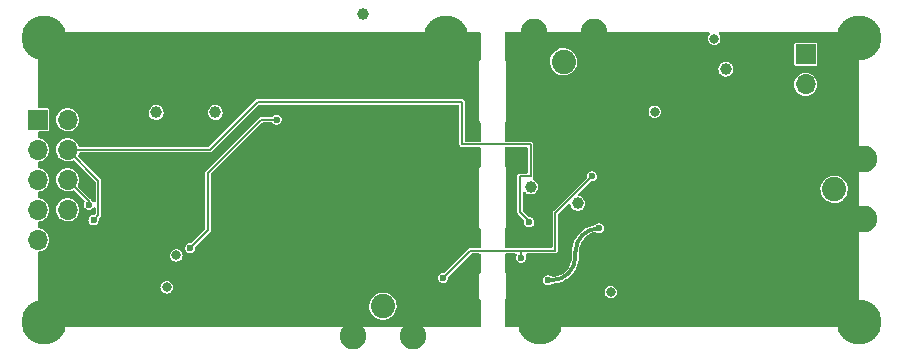
<source format=gbl>
%TF.GenerationSoftware,KiCad,Pcbnew,6.0.0*%
%TF.CreationDate,2022-01-11T02:49:15-08:00*%
%TF.ProjectId,ax5043,61783530-3433-42e6-9b69-6361645f7063,rev?*%
%TF.SameCoordinates,Original*%
%TF.FileFunction,Copper,L4,Bot*%
%TF.FilePolarity,Positive*%
%FSLAX46Y46*%
G04 Gerber Fmt 4.6, Leading zero omitted, Abs format (unit mm)*
G04 Created by KiCad (PCBNEW 6.0.0) date 2022-01-11 02:49:15*
%MOMM*%
%LPD*%
G01*
G04 APERTURE LIST*
%TA.AperFunction,ComponentPad*%
%ADD10C,2.600000*%
%TD*%
%TA.AperFunction,ConnectorPad*%
%ADD11C,3.800000*%
%TD*%
%TA.AperFunction,ComponentPad*%
%ADD12C,0.600000*%
%TD*%
%TA.AperFunction,SMDPad,CuDef*%
%ADD13R,2.500000X2.500000*%
%TD*%
%TA.AperFunction,SMDPad,CuDef*%
%ADD14R,1.650000X1.650000*%
%TD*%
%TA.AperFunction,ComponentPad*%
%ADD15R,1.700000X1.700000*%
%TD*%
%TA.AperFunction,ComponentPad*%
%ADD16O,1.700000X1.700000*%
%TD*%
%TA.AperFunction,SMDPad,CuDef*%
%ADD17R,0.460000X0.950000*%
%TD*%
%TA.AperFunction,ComponentPad*%
%ADD18C,0.970000*%
%TD*%
%TA.AperFunction,SMDPad,CuDef*%
%ADD19R,2.420000X5.080000*%
%TD*%
%TA.AperFunction,ComponentPad*%
%ADD20C,2.050000*%
%TD*%
%TA.AperFunction,ComponentPad*%
%ADD21C,2.250000*%
%TD*%
%TA.AperFunction,ViaPad*%
%ADD22C,1.000000*%
%TD*%
%TA.AperFunction,ViaPad*%
%ADD23C,0.600000*%
%TD*%
%TA.AperFunction,ViaPad*%
%ADD24C,0.800000*%
%TD*%
%TA.AperFunction,Conductor*%
%ADD25C,0.200000*%
%TD*%
%TA.AperFunction,Conductor*%
%ADD26C,0.203200*%
%TD*%
%TA.AperFunction,Conductor*%
%ADD27C,0.304800*%
%TD*%
G04 APERTURE END LIST*
D10*
%TO.P,H201,1,1*%
%TO.N,GND*%
X95000000Y-77000000D03*
D11*
X95000000Y-77000000D03*
%TD*%
D12*
%TO.P,U103,29,GND*%
%TO.N,GND*%
X64050000Y-67500000D03*
X64050000Y-66500000D03*
X65050000Y-68500000D03*
X65050000Y-66500000D03*
X64050000Y-68500000D03*
X66050000Y-67500000D03*
D13*
X65050000Y-67500000D03*
D12*
X65050000Y-67500000D03*
X66050000Y-66500000D03*
X66050000Y-68500000D03*
%TD*%
%TO.P,U201,13,GND*%
%TO.N,GND*%
X107243750Y-60012500D03*
X107243750Y-58862500D03*
D14*
X107818750Y-59437500D03*
D12*
X108393750Y-60012500D03*
X108393750Y-58862500D03*
%TD*%
D15*
%TO.P,J203,1,Pin_1*%
%TO.N,VDD*%
X117500000Y-54375000D03*
D16*
%TO.P,J203,2,Pin_2*%
%TO.N,/PA/RX{slash}~TX*%
X117500000Y-56915000D03*
%TO.P,J203,3,Pin_3*%
%TO.N,GND*%
X117500000Y-59455000D03*
%TD*%
D15*
%TO.P,J101,1,Pin_1*%
%TO.N,+5V*%
X52460000Y-59920000D03*
D16*
%TO.P,J101,2,Pin_2*%
%TO.N,/SEL*%
X55000000Y-59920000D03*
%TO.P,J101,3,Pin_3*%
%TO.N,/CLK*%
X52460000Y-62460000D03*
%TO.P,J101,4,Pin_4*%
%TO.N,/PWRAMP*%
X55000000Y-62460000D03*
%TO.P,J101,5,Pin_5*%
%TO.N,/MISO*%
X52460000Y-65000000D03*
%TO.P,J101,6,Pin_6*%
%TO.N,/IRQ*%
X55000000Y-65000000D03*
%TO.P,J101,7,Pin_7*%
%TO.N,/MOSI*%
X52460000Y-67540000D03*
%TO.P,J101,8,Pin_8*%
%TO.N,/ANTSEL*%
X55000000Y-67540000D03*
%TO.P,J101,9,Pin_9*%
%TO.N,/GPADC1*%
X52460000Y-70080000D03*
%TO.P,J101,10,Pin_10*%
%TO.N,GND*%
X55000000Y-70080000D03*
%TD*%
D11*
%TO.P,H101,1,1*%
%TO.N,GND*%
X53000000Y-77000000D03*
D10*
X53000000Y-77000000D03*
%TD*%
D17*
%TO.P,J103,2,Ext*%
%TO.N,GND*%
X117980000Y-71740000D03*
D18*
X109220000Y-71290000D03*
X117980000Y-71290000D03*
D19*
X109220000Y-74730000D03*
X117980000Y-74730000D03*
D17*
X109220000Y-71740000D03*
%TD*%
D11*
%TO.P,H102,1,1*%
%TO.N,GND*%
X53000000Y-53000000D03*
D10*
X53000000Y-53000000D03*
%TD*%
D11*
%TO.P,H203,1,1*%
%TO.N,GND*%
X122000000Y-53000000D03*
D10*
X122000000Y-53000000D03*
%TD*%
D20*
%TO.P,J102,1,In*%
%TO.N,/AX{slash}ANT*%
X81700000Y-75700000D03*
D21*
%TO.P,J102,2,Ext*%
%TO.N,GND*%
X79160000Y-78240000D03*
X84240000Y-78240000D03*
X84240000Y-73160000D03*
X79160000Y-73160000D03*
%TD*%
D20*
%TO.P,J201,1,In*%
%TO.N,/PA/RFin*%
X97000000Y-55000000D03*
D21*
%TO.P,J201,2,Ext*%
%TO.N,GND*%
X94460000Y-52460000D03*
X94460000Y-57540000D03*
X99540000Y-52460000D03*
X99540000Y-57540000D03*
%TD*%
D10*
%TO.P,H202,1,1*%
%TO.N,GND*%
X122000000Y-77000000D03*
D11*
X122000000Y-77000000D03*
%TD*%
D20*
%TO.P,J202,1,In*%
%TO.N,/PA/PAOUT*%
X119900000Y-65800000D03*
D21*
%TO.P,J202,2,Ext*%
%TO.N,GND*%
X122440000Y-63260000D03*
X117360000Y-68340000D03*
X122440000Y-68340000D03*
X117360000Y-63260000D03*
%TD*%
D10*
%TO.P,H103,1,1*%
%TO.N,GND*%
X87000000Y-53000000D03*
D11*
X87000000Y-53000000D03*
%TD*%
D22*
%TO.N,+5V*%
X80000000Y-51000000D03*
X94200000Y-65600000D03*
D23*
%TO.N,GND*%
X109400000Y-67200000D03*
X103000000Y-67200000D03*
X72800000Y-61600000D03*
X115200000Y-77200000D03*
X104600000Y-61500000D03*
X113500000Y-66100000D03*
X80800000Y-69600000D03*
X71900000Y-70800000D03*
X99300000Y-61900000D03*
X82400000Y-72100000D03*
X96800000Y-53500000D03*
X94500000Y-73100000D03*
X89100000Y-69600000D03*
X98700000Y-68800000D03*
X77900000Y-69700000D03*
X101700000Y-62800000D03*
X106400000Y-71900000D03*
X96500000Y-66100000D03*
X87400000Y-61100000D03*
X82300000Y-74300000D03*
X109800000Y-58200000D03*
X113300000Y-68400000D03*
X97900000Y-64500000D03*
X85200000Y-62600000D03*
X81100000Y-72900000D03*
X81100000Y-73600000D03*
X115100000Y-66000000D03*
X96300000Y-63000000D03*
X83900000Y-66200000D03*
X96300000Y-59900000D03*
X92500000Y-63000000D03*
X94500000Y-72300000D03*
X86000000Y-64200000D03*
X96000000Y-60600000D03*
X97600000Y-60100000D03*
X113800000Y-69100000D03*
X107900000Y-65900000D03*
X94200000Y-70300000D03*
X92600000Y-70300000D03*
X77600000Y-62700000D03*
X100400000Y-69800000D03*
X109500000Y-65900000D03*
X98200000Y-63800000D03*
X73000000Y-63300000D03*
X107900000Y-68900000D03*
X86700000Y-63100000D03*
X102800000Y-60800000D03*
X114200000Y-70700000D03*
X107700000Y-64700000D03*
X115200000Y-74100000D03*
X108500000Y-64700000D03*
X82900000Y-74800000D03*
X109000000Y-58200000D03*
X98500000Y-54800000D03*
X81900000Y-64300000D03*
X79100000Y-60700000D03*
X99600000Y-69800000D03*
X103100000Y-65900000D03*
X85200000Y-64100000D03*
X105300000Y-64700000D03*
X105400000Y-67100000D03*
X112200000Y-71800000D03*
X114000000Y-62900000D03*
X113200000Y-62900000D03*
X83900000Y-64600000D03*
X94000000Y-61100000D03*
X83400000Y-71300000D03*
X103800000Y-67100000D03*
X96900000Y-72500000D03*
X73500000Y-63900000D03*
X114800000Y-62900000D03*
X111700000Y-60500000D03*
X72000000Y-66100000D03*
X106200000Y-68900000D03*
X83900000Y-69300000D03*
X114300000Y-64700000D03*
X110200000Y-68700000D03*
X110200000Y-67500000D03*
X81100000Y-72200000D03*
X115200000Y-75700000D03*
X80200000Y-75600000D03*
X82300000Y-72900000D03*
X120100000Y-64300000D03*
X112500000Y-69400000D03*
X75200000Y-66100000D03*
X104500000Y-64700000D03*
X116700000Y-64700000D03*
X85200000Y-61100000D03*
X106500000Y-71100000D03*
X115200000Y-72500000D03*
X114300000Y-61000000D03*
X72800000Y-65900000D03*
X97600000Y-57700000D03*
X103900000Y-65900000D03*
X72400000Y-63900000D03*
X97300000Y-60800000D03*
X83900000Y-70700000D03*
X110300000Y-66300000D03*
X109800000Y-60600000D03*
X98200000Y-54100000D03*
X87500000Y-62300000D03*
X94900000Y-73900000D03*
X76900000Y-64500000D03*
X111800000Y-68900000D03*
X97600000Y-53600000D03*
X112900000Y-70100000D03*
X89500000Y-63000000D03*
X106500000Y-69500000D03*
D24*
X101300000Y-69700000D03*
D23*
X111100000Y-66300000D03*
X111700000Y-63800000D03*
X121300000Y-66200000D03*
X109300000Y-64700000D03*
D24*
X114000000Y-59300000D03*
D23*
X97300000Y-72000000D03*
X113500000Y-64700000D03*
X97600000Y-59300000D03*
X74300000Y-60600000D03*
X84400000Y-62600000D03*
X95600000Y-74300000D03*
X83900000Y-67000000D03*
X112600000Y-67900000D03*
X118300000Y-64700000D03*
X109500000Y-69000000D03*
X109000000Y-61600000D03*
X111900000Y-66200000D03*
X80100000Y-60800000D03*
X111700000Y-59700000D03*
X88600000Y-66500000D03*
X84400000Y-64100000D03*
X83900000Y-67800000D03*
X77100000Y-60800000D03*
X102900000Y-70500000D03*
X95900000Y-56000000D03*
X101300000Y-64900000D03*
X96800000Y-71500000D03*
X118300000Y-66000000D03*
D22*
X67300000Y-54500000D03*
D23*
X96300000Y-64100000D03*
X80300000Y-62700000D03*
X100800000Y-69100000D03*
X104000000Y-62700000D03*
X95500000Y-61100000D03*
X115200000Y-74900000D03*
X105800000Y-60600000D03*
X96300000Y-74100000D03*
X81900000Y-66000000D03*
X96300000Y-59100000D03*
X118700000Y-66700000D03*
X83200000Y-75600000D03*
D24*
X68644134Y-74855866D03*
D23*
X116700000Y-66000000D03*
X82900000Y-60700000D03*
X99400000Y-68500000D03*
X101200000Y-70600000D03*
X86000000Y-62600000D03*
X93200000Y-61000000D03*
X92500000Y-61000000D03*
X87100000Y-65300000D03*
X81000000Y-65900000D03*
X81600000Y-70800000D03*
X100700000Y-68300000D03*
X96300000Y-57500000D03*
X119400000Y-67200000D03*
X87300000Y-66100000D03*
X97900000Y-56200000D03*
X82300000Y-73600000D03*
X82700000Y-71500000D03*
X71700000Y-64600000D03*
X114900000Y-71700000D03*
X87400000Y-69300000D03*
X77400000Y-71200000D03*
X99400000Y-67700000D03*
X83900000Y-65400000D03*
X97800000Y-69700000D03*
X88100000Y-62900000D03*
X100200000Y-63100000D03*
X79300000Y-65900000D03*
X104300000Y-60800000D03*
X72200000Y-62200000D03*
X87300000Y-67700000D03*
X96100000Y-53800000D03*
X112000000Y-72600000D03*
X81300000Y-71500000D03*
X97100000Y-73900000D03*
X106200000Y-67200000D03*
X86800000Y-61100000D03*
X101500000Y-66300000D03*
X73500000Y-70900000D03*
X115000000Y-61200000D03*
X111000000Y-67500000D03*
X105800000Y-72300000D03*
X106600000Y-60500000D03*
X74300000Y-62700000D03*
X100000000Y-65900000D03*
X114200000Y-71500000D03*
D24*
X61000000Y-71400000D03*
D23*
X102100000Y-70300000D03*
X88200000Y-70600000D03*
X104600000Y-62200000D03*
X97600000Y-56900000D03*
X79400000Y-62700000D03*
X83600000Y-62600000D03*
D24*
X115100000Y-62000000D03*
D23*
X76000000Y-62700000D03*
X111700000Y-64500000D03*
X78400000Y-71100000D03*
X108700000Y-69100000D03*
X82000000Y-62700000D03*
X88400000Y-64900000D03*
X75200000Y-69400000D03*
X73600000Y-66000000D03*
X72500000Y-64600000D03*
X115900000Y-64700000D03*
X103200000Y-62700000D03*
X78800000Y-70200000D03*
X103000000Y-68900000D03*
X88600000Y-65700000D03*
X113000000Y-71700000D03*
X117500000Y-66000000D03*
X87300000Y-68500000D03*
X84400000Y-61100000D03*
X102900000Y-64700000D03*
X96300000Y-56700000D03*
X106100000Y-64700000D03*
X112000000Y-76500000D03*
X88600000Y-68100000D03*
X112000000Y-75800000D03*
X105000000Y-72300000D03*
X103700000Y-64700000D03*
X107100000Y-69100000D03*
X107000000Y-67100000D03*
X117500000Y-64700000D03*
X108700000Y-65900000D03*
X100700000Y-67600000D03*
D24*
X100917250Y-61600000D03*
D23*
X83900000Y-68600000D03*
X105000000Y-60600000D03*
X81100000Y-74300000D03*
X86700000Y-62300000D03*
X72700000Y-70900000D03*
X81900000Y-65100000D03*
X70000000Y-64700000D03*
X94800000Y-61100000D03*
D22*
X68600000Y-52999998D03*
D23*
X71100000Y-65200000D03*
X102100000Y-64700000D03*
D24*
X99098500Y-74600000D03*
D23*
X93400000Y-70300000D03*
X96300000Y-58300000D03*
D24*
X96198500Y-65300000D03*
D23*
X97500000Y-70400000D03*
X120900000Y-64700000D03*
X106400000Y-70300000D03*
X98600000Y-72000000D03*
X80200000Y-65900000D03*
X78500000Y-62700000D03*
X96900000Y-61400000D03*
X83900000Y-70000000D03*
X71600000Y-62800000D03*
D24*
X103795101Y-58911000D03*
D23*
X111800000Y-67600000D03*
X102300000Y-66000000D03*
X81800000Y-69600000D03*
X120900000Y-66900000D03*
X73500000Y-62800000D03*
X95600000Y-54400000D03*
X115100000Y-64700000D03*
D24*
X112400000Y-59300000D03*
D23*
X87700000Y-70000000D03*
X112000000Y-77200000D03*
X120200000Y-67300000D03*
X95700000Y-70200000D03*
X81200000Y-62700000D03*
X115200000Y-73300000D03*
X75100000Y-62700000D03*
X98500000Y-61900000D03*
X89400000Y-61000000D03*
X104700000Y-65900000D03*
X97400000Y-71200000D03*
X88600000Y-67300000D03*
X88000000Y-64200000D03*
X121300000Y-65400000D03*
X81100000Y-60700000D03*
D24*
X100917250Y-60100000D03*
D23*
X73400000Y-61000000D03*
X73300000Y-64600000D03*
X98200000Y-65100000D03*
X71200000Y-70400000D03*
X95500000Y-55200000D03*
X112000000Y-73400000D03*
X114200000Y-69900000D03*
X115900000Y-66000000D03*
X89600000Y-70100000D03*
X75400000Y-71100000D03*
X119100000Y-64500000D03*
X89500000Y-71600000D03*
X80500000Y-74800000D03*
X104600000Y-70500000D03*
X98400000Y-55600000D03*
X79800000Y-69600000D03*
X76400000Y-71200000D03*
X82000000Y-60900000D03*
X109200000Y-60600000D03*
X70900000Y-63400000D03*
D24*
X96401500Y-62100000D03*
D23*
X70100000Y-69200000D03*
X78400000Y-65900000D03*
X77000000Y-65900000D03*
X104200000Y-72300000D03*
X86700000Y-64600000D03*
X76100000Y-60600000D03*
X112400000Y-62900000D03*
X97800000Y-73400000D03*
X110000000Y-64500000D03*
X102700000Y-72100000D03*
X107800000Y-67200000D03*
X106900000Y-64700000D03*
X112000000Y-74200000D03*
X78100000Y-60800000D03*
X95000000Y-71600000D03*
X88700000Y-68900000D03*
X86000000Y-61100000D03*
X108600000Y-67100000D03*
X76800000Y-62700000D03*
X77000000Y-69500000D03*
X107100000Y-65900000D03*
X95000000Y-70300000D03*
X98700000Y-63100000D03*
X99600000Y-66600000D03*
X98300000Y-72800000D03*
X100600000Y-65300000D03*
X115200000Y-76500000D03*
X87300000Y-66900000D03*
X97600000Y-58500000D03*
X83600000Y-61000000D03*
X105500000Y-65900000D03*
X74400000Y-71200000D03*
X104600000Y-67200000D03*
D22*
X60500000Y-56600000D03*
D23*
X87400000Y-63600000D03*
X99500000Y-63100000D03*
X70300000Y-64000000D03*
X112700000Y-66400000D03*
X102400000Y-62600000D03*
D24*
X108218750Y-55737500D03*
D23*
X88800000Y-63000000D03*
X112000000Y-75000000D03*
X114300000Y-66000000D03*
X106300000Y-65900000D03*
X111000000Y-68700000D03*
X103400000Y-72300000D03*
X111600000Y-63000000D03*
X104600000Y-68900000D03*
X70700000Y-69800000D03*
X92500000Y-71600000D03*
X77000000Y-63700000D03*
X94300000Y-71600000D03*
X75200000Y-60700000D03*
X93100000Y-63000000D03*
X100900000Y-66900000D03*
X78800000Y-69500000D03*
D24*
X106400000Y-73100000D03*
D23*
X81900000Y-63500000D03*
X113000000Y-70900000D03*
D24*
%TO.N,+3V3*%
X63400000Y-74100000D03*
D22*
X62500000Y-59300000D03*
D24*
X64206280Y-71400000D03*
D22*
X67500000Y-59300000D03*
D23*
%TO.N,/GPADC2*%
X72700000Y-59900000D03*
X65380125Y-70781199D03*
D24*
%TO.N,VDD*%
X109743750Y-53037500D03*
X104718750Y-59237500D03*
D22*
X98200000Y-67000000D03*
D24*
X101000000Y-74500000D03*
D22*
X110743750Y-55637500D03*
D23*
%TO.N,/IRQ*%
X56800000Y-67100000D03*
%TO.N,/GPADC1*%
X99400000Y-64700000D03*
X86800001Y-73300001D03*
X93400000Y-71600000D03*
%TO.N,/PWRAMP*%
X94100000Y-68600000D03*
X57200000Y-68400000D03*
%TO.N,/PA/PAOUT*%
X100000002Y-69100000D03*
X95700000Y-73500000D03*
%TD*%
D25*
%TO.N,/GPADC2*%
X65380125Y-70781199D02*
X66900000Y-69261324D01*
X66900000Y-69261324D02*
X66900000Y-64400000D01*
X71400000Y-59900000D02*
X72700000Y-59900000D01*
X66900000Y-64400000D02*
X71400000Y-59900000D01*
D26*
%TO.N,/IRQ*%
X56800000Y-67100000D02*
X56800000Y-66800000D01*
X56800000Y-66800000D02*
X55000000Y-65000000D01*
%TO.N,/GPADC1*%
X93400000Y-71600000D02*
X93400000Y-71000000D01*
X96300000Y-67800000D02*
X99400000Y-64700000D01*
X93400000Y-71000000D02*
X96300000Y-71000000D01*
X86800001Y-73300001D02*
X89100002Y-71000000D01*
X93000000Y-71000000D02*
X93400000Y-71000000D01*
X96300000Y-71000000D02*
X96300000Y-67800000D01*
X89100002Y-71000000D02*
X93000000Y-71000000D01*
D25*
%TO.N,/PWRAMP*%
X57600000Y-68000000D02*
X57600000Y-65060000D01*
X57600000Y-65060000D02*
X55000000Y-62460000D01*
X67040000Y-62460000D02*
X71100000Y-58400000D01*
X71100000Y-58400000D02*
X88400000Y-58400000D01*
X55000000Y-62460000D02*
X67040000Y-62460000D01*
X94200000Y-62000000D02*
X94200000Y-64700000D01*
X93300000Y-64700000D02*
X93300000Y-67700000D01*
X93300000Y-67700000D02*
X94100000Y-68500000D01*
X94100000Y-68500000D02*
X94100000Y-68600000D01*
X88400000Y-58400000D02*
X88400000Y-62000000D01*
X57200000Y-68400000D02*
X57600000Y-68000000D01*
X88400000Y-62000000D02*
X94200000Y-62000000D01*
X94200000Y-64700000D02*
X93300000Y-64700000D01*
D27*
%TO.N,/PA/PAOUT*%
X96000000Y-73500000D02*
X95700000Y-73500000D01*
X100000002Y-69100000D02*
X100000000Y-69100000D01*
X98000000Y-71100000D02*
X98000000Y-71500000D01*
X100000000Y-69100000D02*
G75*
G03*
X98000000Y-71100000I-1J-1999999D01*
G01*
X96000000Y-73500000D02*
G75*
G03*
X98000000Y-71500000I1J1999999D01*
G01*
%TD*%
%TA.AperFunction,Conductor*%
%TO.N,GND*%
G36*
X89942121Y-52520002D02*
G01*
X89988614Y-52573658D01*
X90000000Y-52626000D01*
X90000000Y-54779925D01*
X89979998Y-54848046D01*
X89943938Y-54884085D01*
X89928493Y-54888616D01*
X89922222Y-54895843D01*
X89913512Y-54899803D01*
X89903054Y-54915999D01*
X89903019Y-54916054D01*
X89892331Y-54930289D01*
X89892223Y-54930414D01*
X89879652Y-54944900D01*
X89878279Y-54954369D01*
X89873089Y-54962407D01*
X89873000Y-54963021D01*
X89873000Y-54981687D01*
X89871696Y-54999767D01*
X89868958Y-55018650D01*
X89870927Y-55022981D01*
X89870265Y-55027540D01*
X89873000Y-55027540D01*
X89873000Y-59981687D01*
X89871696Y-59999767D01*
X89868958Y-60018650D01*
X89876451Y-60035129D01*
X89876451Y-60035131D01*
X89876966Y-60036264D01*
X89883169Y-60052941D01*
X89883519Y-60054135D01*
X89883520Y-60054137D01*
X89888616Y-60071507D01*
X89895843Y-60077778D01*
X89899803Y-60086488D01*
X89915999Y-60096946D01*
X89916054Y-60096981D01*
X89930289Y-60107669D01*
X89944901Y-60120349D01*
X89943928Y-60121470D01*
X89980063Y-60152841D01*
X90000000Y-60220861D01*
X90000000Y-61646500D01*
X89979998Y-61714621D01*
X89926342Y-61761114D01*
X89874000Y-61772500D01*
X88753500Y-61772500D01*
X88685379Y-61752498D01*
X88638886Y-61698842D01*
X88627500Y-61646500D01*
X88627500Y-58418526D01*
X88628190Y-58405356D01*
X88629924Y-58388861D01*
X88629924Y-58388859D01*
X88631308Y-58375689D01*
X88622091Y-58347320D01*
X88618677Y-58334583D01*
X88615227Y-58318352D01*
X88612474Y-58305400D01*
X88605798Y-58296212D01*
X88605791Y-58296193D01*
X88604944Y-58294530D01*
X88604931Y-58294510D01*
X88601422Y-58283709D01*
X88592562Y-58273869D01*
X88592561Y-58273867D01*
X88584918Y-58265379D01*
X88581455Y-58261532D01*
X88573169Y-58251300D01*
X88555628Y-58227158D01*
X88545789Y-58221478D01*
X88545775Y-58221464D01*
X88544324Y-58220288D01*
X88544306Y-58220276D01*
X88536708Y-58211837D01*
X88509457Y-58199704D01*
X88497705Y-58193716D01*
X88483338Y-58185421D01*
X88471872Y-58178801D01*
X88460574Y-58177614D01*
X88460549Y-58177604D01*
X88458762Y-58177124D01*
X88458731Y-58177119D01*
X88448357Y-58172500D01*
X88418526Y-58172500D01*
X88405356Y-58171810D01*
X88388861Y-58170076D01*
X88388859Y-58170076D01*
X88375689Y-58168692D01*
X88364886Y-58172202D01*
X88359196Y-58172500D01*
X71109236Y-58172500D01*
X71102643Y-58172327D01*
X71076842Y-58170975D01*
X71063616Y-58170282D01*
X71051254Y-58175027D01*
X71051249Y-58175028D01*
X71044439Y-58177642D01*
X71025489Y-58183256D01*
X71005400Y-58187526D01*
X70994686Y-58195310D01*
X70989994Y-58197399D01*
X70985689Y-58200194D01*
X70973327Y-58204940D01*
X70958809Y-58219458D01*
X70943775Y-58232299D01*
X70927158Y-58244372D01*
X70920537Y-58255839D01*
X70911675Y-58265682D01*
X70911338Y-58265379D01*
X70906224Y-58272043D01*
X66982671Y-62195595D01*
X66920359Y-62229621D01*
X66893576Y-62232500D01*
X56046014Y-62232500D01*
X55977893Y-62212498D01*
X55931400Y-62158842D01*
X55925392Y-62142918D01*
X55915987Y-62111767D01*
X55908117Y-62085701D01*
X55872399Y-62018526D01*
X55821014Y-61921884D01*
X55821012Y-61921881D01*
X55818120Y-61916442D01*
X55745302Y-61827158D01*
X55700856Y-61772661D01*
X55700854Y-61772659D01*
X55696962Y-61767887D01*
X55613501Y-61698842D01*
X55554006Y-61649623D01*
X55554002Y-61649621D01*
X55549256Y-61645694D01*
X55380629Y-61554518D01*
X55289067Y-61526175D01*
X55203392Y-61499654D01*
X55203389Y-61499653D01*
X55197505Y-61497832D01*
X55191380Y-61497188D01*
X55191379Y-61497188D01*
X55012985Y-61478438D01*
X55012984Y-61478438D01*
X55006857Y-61477794D01*
X54926779Y-61485082D01*
X54822087Y-61494609D01*
X54822084Y-61494610D01*
X54815948Y-61495168D01*
X54810042Y-61496906D01*
X54810038Y-61496907D01*
X54674622Y-61536762D01*
X54632050Y-61549292D01*
X54626590Y-61552146D01*
X54626591Y-61552146D01*
X54467627Y-61635250D01*
X54467623Y-61635253D01*
X54462167Y-61638105D01*
X54457367Y-61641965D01*
X54457366Y-61641965D01*
X54452728Y-61645694D01*
X54312770Y-61758223D01*
X54308812Y-61762940D01*
X54308810Y-61762942D01*
X54289948Y-61785421D01*
X54189549Y-61905072D01*
X54186585Y-61910464D01*
X54186582Y-61910468D01*
X54140306Y-61994644D01*
X54097198Y-62073058D01*
X54095337Y-62078925D01*
X54095336Y-62078927D01*
X54054936Y-62206284D01*
X54039234Y-62255783D01*
X54017866Y-62446286D01*
X54018382Y-62452430D01*
X54030748Y-62599688D01*
X54033907Y-62637311D01*
X54035606Y-62643236D01*
X54047574Y-62684972D01*
X54086746Y-62821583D01*
X54174370Y-62992082D01*
X54178193Y-62996906D01*
X54178196Y-62996910D01*
X54212084Y-63039665D01*
X54293443Y-63142314D01*
X54439428Y-63266557D01*
X54606765Y-63360079D01*
X54789081Y-63419317D01*
X54979430Y-63442015D01*
X54985565Y-63441543D01*
X54985567Y-63441543D01*
X55164420Y-63427781D01*
X55164424Y-63427780D01*
X55170562Y-63427308D01*
X55355199Y-63375756D01*
X55360699Y-63372978D01*
X55360701Y-63372977D01*
X55432461Y-63336729D01*
X55502283Y-63323869D01*
X55567974Y-63350799D01*
X55578366Y-63360100D01*
X57335595Y-65117329D01*
X57369621Y-65179641D01*
X57372500Y-65206424D01*
X57372500Y-66770198D01*
X57352498Y-66838319D01*
X57298842Y-66884812D01*
X57228568Y-66894916D01*
X57163988Y-66865422D01*
X57151047Y-66852446D01*
X57089776Y-66781337D01*
X57089774Y-66781335D01*
X57083918Y-66774539D01*
X57076390Y-66769660D01*
X57076387Y-66769657D01*
X57056412Y-66756710D01*
X57014627Y-66707829D01*
X57013969Y-66704735D01*
X57006186Y-66694024D01*
X57004046Y-66689216D01*
X57001177Y-66684799D01*
X56996432Y-66672436D01*
X56981761Y-66657765D01*
X56968920Y-66642731D01*
X56964505Y-66636654D01*
X56964504Y-66636654D01*
X56956722Y-66625942D01*
X56945255Y-66619322D01*
X56935412Y-66610459D01*
X56935704Y-66610134D01*
X56928940Y-66604944D01*
X55902219Y-65578222D01*
X55868193Y-65515910D01*
X55873258Y-65445094D01*
X55881757Y-65426892D01*
X55894265Y-65404874D01*
X55894268Y-65404868D01*
X55897312Y-65399509D01*
X55957821Y-65217612D01*
X55981847Y-65027425D01*
X55982230Y-65000000D01*
X55963524Y-64809217D01*
X55908117Y-64625701D01*
X55876161Y-64565600D01*
X55821014Y-64461884D01*
X55821012Y-64461881D01*
X55818120Y-64456442D01*
X55747342Y-64369659D01*
X55700856Y-64312661D01*
X55700854Y-64312659D01*
X55696962Y-64307887D01*
X55611429Y-64237128D01*
X55554006Y-64189623D01*
X55554002Y-64189621D01*
X55549256Y-64185694D01*
X55380629Y-64094518D01*
X55289067Y-64066175D01*
X55203392Y-64039654D01*
X55203389Y-64039653D01*
X55197505Y-64037832D01*
X55191380Y-64037188D01*
X55191379Y-64037188D01*
X55012985Y-64018438D01*
X55012984Y-64018438D01*
X55006857Y-64017794D01*
X54926779Y-64025082D01*
X54822087Y-64034609D01*
X54822084Y-64034610D01*
X54815948Y-64035168D01*
X54810042Y-64036906D01*
X54810038Y-64036907D01*
X54674622Y-64076762D01*
X54632050Y-64089292D01*
X54626590Y-64092146D01*
X54626591Y-64092146D01*
X54467627Y-64175250D01*
X54467623Y-64175253D01*
X54462167Y-64178105D01*
X54457367Y-64181965D01*
X54457366Y-64181965D01*
X54452728Y-64185694D01*
X54312770Y-64298223D01*
X54308812Y-64302940D01*
X54308810Y-64302942D01*
X54228701Y-64398413D01*
X54189549Y-64445072D01*
X54186585Y-64450464D01*
X54186582Y-64450468D01*
X54139238Y-64536588D01*
X54097198Y-64613058D01*
X54095337Y-64618925D01*
X54095336Y-64618927D01*
X54051135Y-64758266D01*
X54039234Y-64795783D01*
X54017866Y-64986286D01*
X54019312Y-65003505D01*
X54031216Y-65145260D01*
X54033907Y-65177311D01*
X54035606Y-65183236D01*
X54083984Y-65351950D01*
X54086746Y-65361583D01*
X54089561Y-65367060D01*
X54089562Y-65367063D01*
X54163201Y-65510349D01*
X54174370Y-65532082D01*
X54178193Y-65536906D01*
X54178196Y-65536910D01*
X54241930Y-65617321D01*
X54293443Y-65682314D01*
X54298137Y-65686308D01*
X54298137Y-65686309D01*
X54431724Y-65800000D01*
X54439428Y-65806557D01*
X54606765Y-65900079D01*
X54789081Y-65959317D01*
X54979430Y-65982015D01*
X54985565Y-65981543D01*
X54985567Y-65981543D01*
X55164420Y-65967781D01*
X55164424Y-65967780D01*
X55170562Y-65967308D01*
X55355199Y-65915756D01*
X55360699Y-65912978D01*
X55360701Y-65912977D01*
X55430958Y-65877488D01*
X55500780Y-65864628D01*
X55566471Y-65891557D01*
X55576863Y-65900859D01*
X56408365Y-66732361D01*
X56442391Y-66794673D01*
X56437326Y-66865488D01*
X56433325Y-66875004D01*
X56399166Y-66947762D01*
X56386976Y-66973726D01*
X56385595Y-66982595D01*
X56378790Y-67026302D01*
X56368136Y-67094724D01*
X56369300Y-67103626D01*
X56369300Y-67103629D01*
X56378065Y-67170653D01*
X56384014Y-67216145D01*
X56433333Y-67328230D01*
X56512127Y-67421968D01*
X56614064Y-67489823D01*
X56730948Y-67526340D01*
X56853383Y-67528584D01*
X56871434Y-67523663D01*
X56962863Y-67498737D01*
X56971527Y-67496375D01*
X57075881Y-67432301D01*
X57093322Y-67413033D01*
X57153085Y-67347007D01*
X57213628Y-67309926D01*
X57284608Y-67311463D01*
X57343489Y-67351131D01*
X57371577Y-67416335D01*
X57372500Y-67431562D01*
X57372500Y-67846739D01*
X57352498Y-67914860D01*
X57298842Y-67961353D01*
X57245731Y-67972737D01*
X57179155Y-67972331D01*
X57141385Y-67972100D01*
X57023644Y-68005751D01*
X56920080Y-68071095D01*
X56914137Y-68077824D01*
X56878698Y-68117951D01*
X56839018Y-68162879D01*
X56786976Y-68273726D01*
X56785595Y-68282595D01*
X56776258Y-68342564D01*
X56768136Y-68394724D01*
X56769300Y-68403626D01*
X56769300Y-68403629D01*
X56782850Y-68507246D01*
X56784014Y-68516145D01*
X56805912Y-68565911D01*
X56823416Y-68605691D01*
X56833333Y-68628230D01*
X56912127Y-68721968D01*
X57014064Y-68789823D01*
X57130948Y-68826340D01*
X57253383Y-68828584D01*
X57271434Y-68823663D01*
X57362863Y-68798737D01*
X57371527Y-68796375D01*
X57475881Y-68732301D01*
X57558058Y-68641513D01*
X57611451Y-68531311D01*
X57613095Y-68521543D01*
X57630960Y-68415348D01*
X57631767Y-68410552D01*
X57631896Y-68400000D01*
X57627030Y-68366025D01*
X57637174Y-68295759D01*
X57662663Y-68259071D01*
X57754321Y-68167413D01*
X57759105Y-68162872D01*
X57770826Y-68152318D01*
X57788163Y-68136708D01*
X57796514Y-68117951D01*
X57805949Y-68100573D01*
X57809922Y-68094456D01*
X57809923Y-68094454D01*
X57817134Y-68083350D01*
X57819205Y-68070271D01*
X57821047Y-68065474D01*
X57822114Y-68060454D01*
X57827500Y-68048357D01*
X57827500Y-68027818D01*
X57829051Y-68008107D01*
X57830192Y-68000904D01*
X57832263Y-67987828D01*
X57828836Y-67975039D01*
X57828143Y-67961811D01*
X57828596Y-67961787D01*
X57827500Y-67953463D01*
X57827500Y-65069236D01*
X57827673Y-65062643D01*
X57829025Y-65036842D01*
X57829718Y-65023616D01*
X57824973Y-65011254D01*
X57824972Y-65011249D01*
X57822358Y-65004439D01*
X57816744Y-64985488D01*
X57816721Y-64985379D01*
X57812474Y-64965400D01*
X57804690Y-64954686D01*
X57802601Y-64949994D01*
X57799806Y-64945689D01*
X57795060Y-64933327D01*
X57780542Y-64918809D01*
X57767701Y-64903775D01*
X57763411Y-64897870D01*
X57763410Y-64897869D01*
X57755628Y-64887158D01*
X57744161Y-64880537D01*
X57734318Y-64871675D01*
X57734621Y-64871338D01*
X57727957Y-64866224D01*
X55901399Y-63039665D01*
X55867373Y-62977353D01*
X55872438Y-62906537D01*
X55880937Y-62888334D01*
X55894267Y-62864869D01*
X55897312Y-62859509D01*
X55925848Y-62773728D01*
X55966330Y-62715403D01*
X56031918Y-62688224D01*
X56045406Y-62687500D01*
X67030764Y-62687500D01*
X67037357Y-62687673D01*
X67063158Y-62689025D01*
X67076384Y-62689718D01*
X67088746Y-62684973D01*
X67088751Y-62684972D01*
X67095561Y-62682358D01*
X67114512Y-62676744D01*
X67134600Y-62672474D01*
X67145314Y-62664690D01*
X67150006Y-62662601D01*
X67154311Y-62659806D01*
X67166673Y-62655060D01*
X67181191Y-62640542D01*
X67196225Y-62627701D01*
X67202130Y-62623411D01*
X67202131Y-62623410D01*
X67212842Y-62615628D01*
X67219463Y-62604161D01*
X67228325Y-62594318D01*
X67228662Y-62594621D01*
X67233776Y-62587957D01*
X71157329Y-58664405D01*
X71219641Y-58630379D01*
X71246424Y-58627500D01*
X88046500Y-58627500D01*
X88114621Y-58647502D01*
X88161114Y-58701158D01*
X88172500Y-58753500D01*
X88172500Y-61981474D01*
X88171810Y-61994644D01*
X88168692Y-62024311D01*
X88172785Y-62036908D01*
X88177909Y-62052678D01*
X88181322Y-62065415D01*
X88187526Y-62094600D01*
X88194202Y-62103788D01*
X88194209Y-62103807D01*
X88195056Y-62105470D01*
X88195069Y-62105490D01*
X88198578Y-62116291D01*
X88207438Y-62126131D01*
X88207439Y-62126133D01*
X88213561Y-62132931D01*
X88218545Y-62138468D01*
X88226831Y-62148700D01*
X88244372Y-62172842D01*
X88254211Y-62178522D01*
X88254225Y-62178536D01*
X88255676Y-62179712D01*
X88255694Y-62179724D01*
X88263292Y-62188163D01*
X88275390Y-62193550D01*
X88275391Y-62193550D01*
X88290543Y-62200296D01*
X88302296Y-62206284D01*
X88328128Y-62221199D01*
X88339426Y-62222386D01*
X88339451Y-62222396D01*
X88341238Y-62222876D01*
X88341269Y-62222881D01*
X88351643Y-62227500D01*
X88381474Y-62227500D01*
X88394644Y-62228190D01*
X88411139Y-62229924D01*
X88411141Y-62229924D01*
X88424311Y-62231308D01*
X88435114Y-62227798D01*
X88440804Y-62227500D01*
X89874000Y-62227500D01*
X89942121Y-62247502D01*
X89988614Y-62301158D01*
X90000000Y-62353500D01*
X90000000Y-63779925D01*
X89979998Y-63848046D01*
X89943938Y-63884085D01*
X89928493Y-63888616D01*
X89922222Y-63895843D01*
X89913512Y-63899803D01*
X89903054Y-63915999D01*
X89903019Y-63916054D01*
X89892331Y-63930289D01*
X89892223Y-63930414D01*
X89879652Y-63944900D01*
X89878279Y-63954369D01*
X89873089Y-63962407D01*
X89873000Y-63963021D01*
X89873000Y-63981687D01*
X89871696Y-63999767D01*
X89868958Y-64018650D01*
X89870927Y-64022981D01*
X89870265Y-64027540D01*
X89873000Y-64027540D01*
X89873000Y-68981687D01*
X89871696Y-68999767D01*
X89868958Y-69018650D01*
X89876451Y-69035129D01*
X89876451Y-69035131D01*
X89876966Y-69036264D01*
X89883169Y-69052941D01*
X89883519Y-69054135D01*
X89883520Y-69054137D01*
X89888616Y-69071507D01*
X89895843Y-69077778D01*
X89899803Y-69086488D01*
X89915999Y-69096946D01*
X89916054Y-69096981D01*
X89930289Y-69107669D01*
X89944901Y-69120349D01*
X89943928Y-69121470D01*
X89980063Y-69152841D01*
X90000000Y-69220861D01*
X90000000Y-70644900D01*
X89979998Y-70713021D01*
X89926342Y-70759514D01*
X89874000Y-70770900D01*
X89109304Y-70770900D01*
X89102710Y-70770727D01*
X89076588Y-70769358D01*
X89063363Y-70768665D01*
X89050999Y-70773411D01*
X89050998Y-70773411D01*
X89043981Y-70776104D01*
X89025037Y-70781716D01*
X89004737Y-70786031D01*
X88994023Y-70793815D01*
X88989215Y-70795956D01*
X88984801Y-70798823D01*
X88972438Y-70803568D01*
X88957767Y-70818239D01*
X88942733Y-70831080D01*
X88925944Y-70843278D01*
X88919324Y-70854745D01*
X88910461Y-70864588D01*
X88910136Y-70864296D01*
X88904946Y-70871060D01*
X86940142Y-72835863D01*
X86877830Y-72869889D01*
X86850278Y-72872766D01*
X86802294Y-72872473D01*
X86741386Y-72872101D01*
X86623645Y-72905752D01*
X86616058Y-72910539D01*
X86616056Y-72910540D01*
X86584756Y-72930289D01*
X86520081Y-72971096D01*
X86514138Y-72977825D01*
X86494758Y-72999769D01*
X86439019Y-73062880D01*
X86386977Y-73173727D01*
X86385596Y-73182596D01*
X86372297Y-73268010D01*
X86368137Y-73294725D01*
X86369301Y-73303627D01*
X86369301Y-73303630D01*
X86382851Y-73407247D01*
X86384015Y-73416146D01*
X86433334Y-73528231D01*
X86512128Y-73621969D01*
X86614065Y-73689824D01*
X86699319Y-73716459D01*
X86710685Y-73720010D01*
X86730949Y-73726341D01*
X86853384Y-73728585D01*
X86871435Y-73723664D01*
X86962864Y-73698738D01*
X86971528Y-73696376D01*
X87075882Y-73632302D01*
X87158059Y-73541514D01*
X87211452Y-73431312D01*
X87214004Y-73416146D01*
X87230961Y-73315349D01*
X87231768Y-73310553D01*
X87231897Y-73300001D01*
X87231142Y-73294725D01*
X87227315Y-73268010D01*
X87237457Y-73197741D01*
X87262947Y-73161051D01*
X89157993Y-71266005D01*
X89220305Y-71231979D01*
X89247088Y-71229100D01*
X89874000Y-71229100D01*
X89942121Y-71249102D01*
X89988614Y-71302758D01*
X90000000Y-71355100D01*
X90000000Y-72779925D01*
X89979998Y-72848046D01*
X89943938Y-72884085D01*
X89928493Y-72888616D01*
X89922222Y-72895843D01*
X89913512Y-72899803D01*
X89903054Y-72915999D01*
X89903019Y-72916054D01*
X89892331Y-72930289D01*
X89892223Y-72930414D01*
X89879652Y-72944900D01*
X89878279Y-72954369D01*
X89873089Y-72962407D01*
X89873000Y-72963021D01*
X89873000Y-72981687D01*
X89871696Y-72999767D01*
X89868958Y-73018650D01*
X89870927Y-73022981D01*
X89870265Y-73027540D01*
X89873000Y-73027540D01*
X89873000Y-74981687D01*
X89871696Y-74999767D01*
X89868958Y-75018650D01*
X89876451Y-75035129D01*
X89876451Y-75035131D01*
X89876966Y-75036264D01*
X89883169Y-75052941D01*
X89883519Y-75054135D01*
X89883520Y-75054137D01*
X89888616Y-75071507D01*
X89895843Y-75077778D01*
X89899803Y-75086488D01*
X89915999Y-75096946D01*
X89916054Y-75096981D01*
X89930289Y-75107669D01*
X89944901Y-75120349D01*
X89943928Y-75121470D01*
X89980063Y-75152841D01*
X90000000Y-75220861D01*
X90000000Y-77374000D01*
X89979998Y-77442121D01*
X89926342Y-77488614D01*
X89874000Y-77500000D01*
X52626000Y-77500000D01*
X52557879Y-77479998D01*
X52511386Y-77426342D01*
X52500000Y-77374000D01*
X52500000Y-75669702D01*
X80542960Y-75669702D01*
X80556813Y-75881063D01*
X80608952Y-76086360D01*
X80697630Y-76278718D01*
X80819878Y-76451695D01*
X80971601Y-76599497D01*
X80976397Y-76602702D01*
X80976400Y-76602704D01*
X81047458Y-76650183D01*
X81147719Y-76717175D01*
X81153022Y-76719453D01*
X81153025Y-76719455D01*
X81337025Y-76798508D01*
X81342332Y-76800788D01*
X81418667Y-76818061D01*
X81543287Y-76846260D01*
X81543293Y-76846261D01*
X81548924Y-76847535D01*
X81554695Y-76847762D01*
X81554697Y-76847762D01*
X81618592Y-76850272D01*
X81760576Y-76855851D01*
X81884143Y-76837935D01*
X81964476Y-76826287D01*
X81964480Y-76826286D01*
X81970198Y-76825457D01*
X81975670Y-76823599D01*
X81975672Y-76823599D01*
X82165308Y-76759226D01*
X82165310Y-76759225D01*
X82170772Y-76757371D01*
X82355580Y-76653874D01*
X82518432Y-76518432D01*
X82653874Y-76355580D01*
X82757371Y-76170772D01*
X82825457Y-75970198D01*
X82855851Y-75760576D01*
X82857437Y-75700000D01*
X82838056Y-75489074D01*
X82831290Y-75465084D01*
X82782131Y-75290777D01*
X82782129Y-75290772D01*
X82780561Y-75285212D01*
X82769407Y-75262593D01*
X82689431Y-75100420D01*
X82686877Y-75095241D01*
X82560143Y-74925523D01*
X82404603Y-74781743D01*
X82357043Y-74751735D01*
X82230349Y-74671797D01*
X82230344Y-74671795D01*
X82225465Y-74668716D01*
X82028730Y-74590227D01*
X82023070Y-74589101D01*
X82023066Y-74589100D01*
X81826653Y-74550031D01*
X81826648Y-74550031D01*
X81820985Y-74548904D01*
X81815210Y-74548828D01*
X81815206Y-74548828D01*
X81708889Y-74547436D01*
X81609189Y-74546131D01*
X81603492Y-74547110D01*
X81603491Y-74547110D01*
X81406130Y-74581023D01*
X81400433Y-74582002D01*
X81201711Y-74655314D01*
X81196750Y-74658266D01*
X81196749Y-74658266D01*
X81028447Y-74758396D01*
X81019676Y-74763614D01*
X80860425Y-74903273D01*
X80729292Y-75069615D01*
X80726603Y-75074726D01*
X80726601Y-75074729D01*
X80672743Y-75177096D01*
X80630668Y-75257068D01*
X80567856Y-75459355D01*
X80542960Y-75669702D01*
X52500000Y-75669702D01*
X52500000Y-74100000D01*
X62867948Y-74100000D01*
X62886077Y-74237705D01*
X62939229Y-74366026D01*
X63023782Y-74476218D01*
X63133974Y-74560771D01*
X63190061Y-74584003D01*
X63254665Y-74610763D01*
X63254668Y-74610764D01*
X63262295Y-74613923D01*
X63400000Y-74632052D01*
X63408188Y-74630974D01*
X63529517Y-74615001D01*
X63537705Y-74613923D01*
X63545332Y-74610764D01*
X63545335Y-74610763D01*
X63609939Y-74584003D01*
X63666026Y-74560771D01*
X63776218Y-74476218D01*
X63860771Y-74366026D01*
X63913923Y-74237705D01*
X63932052Y-74100000D01*
X63913923Y-73962295D01*
X63860771Y-73833974D01*
X63776218Y-73723782D01*
X63666026Y-73639229D01*
X63588812Y-73607246D01*
X63545335Y-73589237D01*
X63545332Y-73589236D01*
X63537705Y-73586077D01*
X63400000Y-73567948D01*
X63262295Y-73586077D01*
X63254668Y-73589236D01*
X63254665Y-73589237D01*
X63211188Y-73607246D01*
X63133974Y-73639229D01*
X63023782Y-73723782D01*
X62939229Y-73833974D01*
X62886077Y-73962295D01*
X62867948Y-74100000D01*
X52500000Y-74100000D01*
X52500000Y-71400000D01*
X63674228Y-71400000D01*
X63692357Y-71537705D01*
X63745509Y-71666026D01*
X63830062Y-71776218D01*
X63940254Y-71860771D01*
X64004414Y-71887347D01*
X64060945Y-71910763D01*
X64060948Y-71910764D01*
X64068575Y-71913923D01*
X64076763Y-71915001D01*
X64137427Y-71922987D01*
X64206280Y-71932052D01*
X64214468Y-71930974D01*
X64335797Y-71915001D01*
X64343985Y-71913923D01*
X64351612Y-71910764D01*
X64351615Y-71910763D01*
X64408146Y-71887347D01*
X64472306Y-71860771D01*
X64582498Y-71776218D01*
X64667051Y-71666026D01*
X64720203Y-71537705D01*
X64738332Y-71400000D01*
X64720203Y-71262295D01*
X64714739Y-71249102D01*
X64693627Y-71198134D01*
X64667051Y-71133974D01*
X64582498Y-71023782D01*
X64572753Y-71016304D01*
X64478857Y-70944256D01*
X64472306Y-70939229D01*
X64386437Y-70903661D01*
X64351615Y-70889237D01*
X64351612Y-70889236D01*
X64343985Y-70886077D01*
X64206280Y-70867948D01*
X64068575Y-70886077D01*
X64060948Y-70889236D01*
X64060945Y-70889237D01*
X64026123Y-70903661D01*
X63940254Y-70939229D01*
X63933703Y-70944256D01*
X63839808Y-71016304D01*
X63830062Y-71023782D01*
X63745509Y-71133974D01*
X63718933Y-71198135D01*
X63697822Y-71249102D01*
X63692357Y-71262295D01*
X63674228Y-71400000D01*
X52500000Y-71400000D01*
X52500000Y-71174032D01*
X52520002Y-71105911D01*
X52573658Y-71059418D01*
X52616332Y-71048403D01*
X52616987Y-71048353D01*
X52630562Y-71047308D01*
X52636494Y-71045652D01*
X52636498Y-71045651D01*
X52747575Y-71014637D01*
X52815199Y-70995756D01*
X52986305Y-70909324D01*
X52993554Y-70903661D01*
X53132509Y-70795097D01*
X53137365Y-70791303D01*
X53141391Y-70786639D01*
X53150641Y-70775923D01*
X64948261Y-70775923D01*
X64949425Y-70784825D01*
X64949425Y-70784828D01*
X64962728Y-70886557D01*
X64964139Y-70897344D01*
X65013458Y-71009429D01*
X65092252Y-71103167D01*
X65194189Y-71171022D01*
X65311073Y-71207539D01*
X65433508Y-71209783D01*
X65451559Y-71204862D01*
X65542988Y-71179936D01*
X65551652Y-71177574D01*
X65656006Y-71113500D01*
X65664467Y-71104153D01*
X65732160Y-71029366D01*
X65738183Y-71022712D01*
X65791576Y-70912510D01*
X65794128Y-70897344D01*
X65806351Y-70824686D01*
X65811892Y-70791751D01*
X65812021Y-70781199D01*
X65807155Y-70747223D01*
X65817299Y-70676957D01*
X65842788Y-70640269D01*
X67054311Y-69428746D01*
X67059095Y-69424205D01*
X67061691Y-69421868D01*
X67088163Y-69398032D01*
X67096518Y-69379268D01*
X67105950Y-69361895D01*
X67109922Y-69355779D01*
X67109922Y-69355778D01*
X67117134Y-69344673D01*
X67119205Y-69331595D01*
X67121047Y-69326798D01*
X67122114Y-69321778D01*
X67127500Y-69309681D01*
X67127500Y-69289143D01*
X67129051Y-69269432D01*
X67130192Y-69262229D01*
X67130192Y-69262228D01*
X67132263Y-69249152D01*
X67128836Y-69236362D01*
X67128143Y-69223137D01*
X67128596Y-69223113D01*
X67127500Y-69214789D01*
X67127500Y-64546423D01*
X67147502Y-64478302D01*
X67164405Y-64457328D01*
X71457329Y-60164405D01*
X71519641Y-60130379D01*
X71546424Y-60127500D01*
X72274031Y-60127500D01*
X72342152Y-60147502D01*
X72370482Y-60172425D01*
X72412127Y-60221968D01*
X72514064Y-60289823D01*
X72630948Y-60326340D01*
X72753383Y-60328584D01*
X72771434Y-60323663D01*
X72862863Y-60298737D01*
X72871527Y-60296375D01*
X72975881Y-60232301D01*
X72986948Y-60220075D01*
X73052035Y-60148167D01*
X73058058Y-60141513D01*
X73111451Y-60031311D01*
X73116758Y-59999769D01*
X73129124Y-59926261D01*
X73131767Y-59910552D01*
X73131896Y-59900000D01*
X73121858Y-59829909D01*
X73115809Y-59787667D01*
X73115808Y-59787664D01*
X73114536Y-59778781D01*
X73108443Y-59765379D01*
X73097777Y-59741921D01*
X73063852Y-59667307D01*
X73015065Y-59610687D01*
X72989776Y-59581337D01*
X72989774Y-59581335D01*
X72983918Y-59574539D01*
X72881160Y-59507935D01*
X72763838Y-59472848D01*
X72754862Y-59472793D01*
X72754861Y-59472793D01*
X72704483Y-59472485D01*
X72641385Y-59472100D01*
X72523644Y-59505751D01*
X72516057Y-59510538D01*
X72516055Y-59510539D01*
X72462300Y-59544456D01*
X72420080Y-59571095D01*
X72414137Y-59577824D01*
X72368136Y-59629909D01*
X72308050Y-59667726D01*
X72273696Y-59672500D01*
X71409236Y-59672500D01*
X71402643Y-59672327D01*
X71376842Y-59670975D01*
X71363616Y-59670282D01*
X71351254Y-59675027D01*
X71351249Y-59675028D01*
X71344439Y-59677642D01*
X71325489Y-59683256D01*
X71305400Y-59687526D01*
X71294686Y-59695310D01*
X71289994Y-59697399D01*
X71285689Y-59700194D01*
X71273327Y-59704940D01*
X71258809Y-59719458D01*
X71243775Y-59732299D01*
X71239576Y-59735350D01*
X71227158Y-59744372D01*
X71220537Y-59755839D01*
X71211675Y-59765682D01*
X71211338Y-59765379D01*
X71206224Y-59772043D01*
X66745679Y-64232587D01*
X66740895Y-64237128D01*
X66711837Y-64263292D01*
X66706451Y-64275390D01*
X66706450Y-64275391D01*
X66703486Y-64282049D01*
X66694051Y-64299427D01*
X66690078Y-64305544D01*
X66690077Y-64305546D01*
X66682866Y-64316650D01*
X66680795Y-64329729D01*
X66678953Y-64334526D01*
X66677886Y-64339546D01*
X66672500Y-64351643D01*
X66672500Y-64372182D01*
X66670949Y-64391891D01*
X66667737Y-64412172D01*
X66671164Y-64424961D01*
X66671857Y-64438189D01*
X66671404Y-64438213D01*
X66672500Y-64446537D01*
X66672500Y-69114901D01*
X66652498Y-69183022D01*
X66635595Y-69203996D01*
X65522515Y-70317075D01*
X65460203Y-70351101D01*
X65432651Y-70353978D01*
X65321510Y-70353299D01*
X65203769Y-70386950D01*
X65100205Y-70452294D01*
X65019143Y-70544078D01*
X65013014Y-70557132D01*
X64985662Y-70615392D01*
X64967101Y-70654925D01*
X64965720Y-70663794D01*
X64952158Y-70750898D01*
X64948261Y-70775923D01*
X53150641Y-70775923D01*
X53258595Y-70650857D01*
X53258596Y-70650855D01*
X53262624Y-70646189D01*
X53357312Y-70479509D01*
X53417821Y-70297612D01*
X53441847Y-70107425D01*
X53442230Y-70080000D01*
X53423524Y-69889217D01*
X53368117Y-69705701D01*
X53337779Y-69648643D01*
X53281014Y-69541884D01*
X53281012Y-69541881D01*
X53278120Y-69536442D01*
X53188374Y-69426402D01*
X53160856Y-69392661D01*
X53160854Y-69392659D01*
X53156962Y-69387887D01*
X53037601Y-69289143D01*
X53014006Y-69269623D01*
X53014002Y-69269621D01*
X53009256Y-69265694D01*
X52840629Y-69174518D01*
X52691445Y-69128338D01*
X52663392Y-69119654D01*
X52663389Y-69119653D01*
X52657505Y-69117832D01*
X52651380Y-69117188D01*
X52651379Y-69117188D01*
X52612828Y-69113136D01*
X52547172Y-69086122D01*
X52506543Y-69027900D01*
X52500000Y-68987826D01*
X52500000Y-68634032D01*
X52520002Y-68565911D01*
X52573658Y-68519418D01*
X52616332Y-68508403D01*
X52616987Y-68508353D01*
X52630562Y-68507308D01*
X52636494Y-68505652D01*
X52636498Y-68505651D01*
X52722881Y-68481532D01*
X52815199Y-68455756D01*
X52986305Y-68369324D01*
X53011600Y-68349562D01*
X53132509Y-68255097D01*
X53137365Y-68251303D01*
X53174799Y-68207935D01*
X53258595Y-68110857D01*
X53258596Y-68110855D01*
X53262624Y-68106189D01*
X53357312Y-67939509D01*
X53417821Y-67757612D01*
X53441847Y-67567425D01*
X53442230Y-67540000D01*
X53440885Y-67526286D01*
X54017866Y-67526286D01*
X54018382Y-67532430D01*
X54032870Y-67704957D01*
X54033907Y-67717311D01*
X54035606Y-67723236D01*
X54084829Y-67894896D01*
X54086746Y-67901583D01*
X54089561Y-67907060D01*
X54089562Y-67907063D01*
X54162177Y-68048357D01*
X54174370Y-68072082D01*
X54178193Y-68076906D01*
X54178196Y-68076910D01*
X54256276Y-68175421D01*
X54293443Y-68222314D01*
X54298137Y-68226308D01*
X54298137Y-68226309D01*
X54379741Y-68295759D01*
X54439428Y-68346557D01*
X54606765Y-68440079D01*
X54789081Y-68499317D01*
X54979430Y-68522015D01*
X54985565Y-68521543D01*
X54985567Y-68521543D01*
X55164420Y-68507781D01*
X55164424Y-68507780D01*
X55170562Y-68507308D01*
X55355199Y-68455756D01*
X55526305Y-68369324D01*
X55551600Y-68349562D01*
X55672509Y-68255097D01*
X55677365Y-68251303D01*
X55714799Y-68207935D01*
X55798595Y-68110857D01*
X55798596Y-68110855D01*
X55802624Y-68106189D01*
X55897312Y-67939509D01*
X55957821Y-67757612D01*
X55981847Y-67567425D01*
X55982230Y-67540000D01*
X55963524Y-67349217D01*
X55908117Y-67165701D01*
X55896761Y-67144343D01*
X55821014Y-67001884D01*
X55821012Y-67001881D01*
X55818120Y-66996442D01*
X55740107Y-66900788D01*
X55700856Y-66852661D01*
X55700854Y-66852659D01*
X55696962Y-66847887D01*
X55616517Y-66781337D01*
X55554006Y-66729623D01*
X55554002Y-66729621D01*
X55549256Y-66725694D01*
X55380629Y-66634518D01*
X55231122Y-66588238D01*
X55203392Y-66579654D01*
X55203389Y-66579653D01*
X55197505Y-66577832D01*
X55191380Y-66577188D01*
X55191379Y-66577188D01*
X55012985Y-66558438D01*
X55012984Y-66558438D01*
X55006857Y-66557794D01*
X54926779Y-66565082D01*
X54822087Y-66574609D01*
X54822084Y-66574610D01*
X54815948Y-66575168D01*
X54810042Y-66576906D01*
X54810038Y-66576907D01*
X54697143Y-66610134D01*
X54632050Y-66629292D01*
X54626590Y-66632146D01*
X54626591Y-66632146D01*
X54467627Y-66715250D01*
X54467623Y-66715253D01*
X54462167Y-66718105D01*
X54457367Y-66721965D01*
X54457366Y-66721965D01*
X54423076Y-66749535D01*
X54312770Y-66838223D01*
X54308812Y-66842940D01*
X54308810Y-66842942D01*
X54281907Y-66875004D01*
X54189549Y-66985072D01*
X54186585Y-66990464D01*
X54186582Y-66990468D01*
X54150961Y-67055263D01*
X54097198Y-67153058D01*
X54095337Y-67158925D01*
X54095336Y-67158927D01*
X54041630Y-67328230D01*
X54039234Y-67335783D01*
X54017866Y-67526286D01*
X53440885Y-67526286D01*
X53423524Y-67349217D01*
X53368117Y-67165701D01*
X53356761Y-67144343D01*
X53281014Y-67001884D01*
X53281012Y-67001881D01*
X53278120Y-66996442D01*
X53200107Y-66900788D01*
X53160856Y-66852661D01*
X53160854Y-66852659D01*
X53156962Y-66847887D01*
X53076517Y-66781337D01*
X53014006Y-66729623D01*
X53014002Y-66729621D01*
X53009256Y-66725694D01*
X52840629Y-66634518D01*
X52691122Y-66588238D01*
X52663392Y-66579654D01*
X52663389Y-66579653D01*
X52657505Y-66577832D01*
X52651380Y-66577188D01*
X52651379Y-66577188D01*
X52612828Y-66573136D01*
X52547172Y-66546122D01*
X52506543Y-66487900D01*
X52500000Y-66447826D01*
X52500000Y-66094032D01*
X52520002Y-66025911D01*
X52573658Y-65979418D01*
X52616332Y-65968403D01*
X52616987Y-65968353D01*
X52630562Y-65967308D01*
X52636494Y-65965652D01*
X52636498Y-65965651D01*
X52722881Y-65941532D01*
X52815199Y-65915756D01*
X52986305Y-65829324D01*
X53011600Y-65809562D01*
X53132509Y-65715097D01*
X53137365Y-65711303D01*
X53218488Y-65617321D01*
X53258595Y-65570857D01*
X53258596Y-65570855D01*
X53262624Y-65566189D01*
X53357312Y-65399509D01*
X53417821Y-65217612D01*
X53441847Y-65027425D01*
X53442230Y-65000000D01*
X53423524Y-64809217D01*
X53368117Y-64625701D01*
X53336161Y-64565600D01*
X53281014Y-64461884D01*
X53281012Y-64461881D01*
X53278120Y-64456442D01*
X53207342Y-64369659D01*
X53160856Y-64312661D01*
X53160854Y-64312659D01*
X53156962Y-64307887D01*
X53071429Y-64237128D01*
X53014006Y-64189623D01*
X53014002Y-64189621D01*
X53009256Y-64185694D01*
X52840629Y-64094518D01*
X52749067Y-64066175D01*
X52663392Y-64039654D01*
X52663389Y-64039653D01*
X52657505Y-64037832D01*
X52651380Y-64037188D01*
X52651379Y-64037188D01*
X52612828Y-64033136D01*
X52547172Y-64006122D01*
X52506543Y-63947900D01*
X52500000Y-63907826D01*
X52500000Y-63554032D01*
X52520002Y-63485911D01*
X52573658Y-63439418D01*
X52616332Y-63428403D01*
X52616987Y-63428353D01*
X52630562Y-63427308D01*
X52636494Y-63425652D01*
X52636498Y-63425651D01*
X52722881Y-63401532D01*
X52815199Y-63375756D01*
X52986305Y-63289324D01*
X53011600Y-63269562D01*
X53132509Y-63175097D01*
X53137365Y-63171303D01*
X53262624Y-63026189D01*
X53357312Y-62859509D01*
X53417821Y-62677612D01*
X53441847Y-62487425D01*
X53442230Y-62460000D01*
X53423524Y-62269217D01*
X53368117Y-62085701D01*
X53332399Y-62018526D01*
X53281014Y-61921884D01*
X53281012Y-61921881D01*
X53278120Y-61916442D01*
X53205302Y-61827158D01*
X53160856Y-61772661D01*
X53160854Y-61772659D01*
X53156962Y-61767887D01*
X53073501Y-61698842D01*
X53014006Y-61649623D01*
X53014002Y-61649621D01*
X53009256Y-61645694D01*
X52840629Y-61554518D01*
X52749067Y-61526175D01*
X52663392Y-61499654D01*
X52663389Y-61499653D01*
X52657505Y-61497832D01*
X52651380Y-61497188D01*
X52651379Y-61497188D01*
X52612828Y-61493136D01*
X52547172Y-61466122D01*
X52506543Y-61407900D01*
X52500000Y-61367826D01*
X52500000Y-61023500D01*
X52520002Y-60955379D01*
X52573658Y-60908886D01*
X52626000Y-60897500D01*
X53322558Y-60897500D01*
X53328618Y-60896294D01*
X53328623Y-60896294D01*
X53347578Y-60892523D01*
X53359748Y-60890102D01*
X53378739Y-60877413D01*
X53391606Y-60868815D01*
X53401922Y-60861922D01*
X53419406Y-60835756D01*
X53423208Y-60830066D01*
X53423209Y-60830065D01*
X53430102Y-60819748D01*
X53437500Y-60782558D01*
X53437500Y-59906286D01*
X54017866Y-59906286D01*
X54019543Y-59926261D01*
X54033346Y-60090625D01*
X54033907Y-60097311D01*
X54035606Y-60103236D01*
X54072615Y-60232301D01*
X54086746Y-60281583D01*
X54089561Y-60287060D01*
X54089562Y-60287063D01*
X54094348Y-60296375D01*
X54174370Y-60452082D01*
X54178193Y-60456906D01*
X54178196Y-60456910D01*
X54285904Y-60592802D01*
X54293443Y-60602314D01*
X54439428Y-60726557D01*
X54606765Y-60820079D01*
X54789081Y-60879317D01*
X54979430Y-60902015D01*
X54985565Y-60901543D01*
X54985567Y-60901543D01*
X55164420Y-60887781D01*
X55164424Y-60887780D01*
X55170562Y-60887308D01*
X55355199Y-60835756D01*
X55526305Y-60749324D01*
X55551600Y-60729562D01*
X55672509Y-60635097D01*
X55677365Y-60631303D01*
X55802624Y-60486189D01*
X55897312Y-60319509D01*
X55957821Y-60137612D01*
X55981847Y-59947425D01*
X55982230Y-59920000D01*
X55963524Y-59729217D01*
X55908117Y-59545701D01*
X55869012Y-59472155D01*
X55821014Y-59381884D01*
X55821012Y-59381881D01*
X55818120Y-59376442D01*
X55752425Y-59295892D01*
X55750377Y-59293381D01*
X61867926Y-59293381D01*
X61884592Y-59444343D01*
X61936787Y-59586971D01*
X62021497Y-59713033D01*
X62133831Y-59815250D01*
X62140504Y-59818873D01*
X62140508Y-59818876D01*
X62260632Y-59884097D01*
X62267305Y-59887720D01*
X62414213Y-59926261D01*
X62491667Y-59927477D01*
X62558474Y-59928527D01*
X62558477Y-59928527D01*
X62566073Y-59928646D01*
X62573477Y-59926950D01*
X62573479Y-59926950D01*
X62636876Y-59912430D01*
X62714119Y-59894739D01*
X62781962Y-59860618D01*
X62843021Y-59829909D01*
X62843024Y-59829907D01*
X62849804Y-59826497D01*
X62855576Y-59821568D01*
X62855578Y-59821566D01*
X62959522Y-59732789D01*
X62959523Y-59732788D01*
X62965294Y-59727859D01*
X63053921Y-59604521D01*
X63058443Y-59593274D01*
X63084818Y-59527663D01*
X63110570Y-59463602D01*
X63131970Y-59313238D01*
X63132109Y-59300000D01*
X63131308Y-59293381D01*
X66867926Y-59293381D01*
X66884592Y-59444343D01*
X66936787Y-59586971D01*
X67021497Y-59713033D01*
X67133831Y-59815250D01*
X67140504Y-59818873D01*
X67140508Y-59818876D01*
X67260632Y-59884097D01*
X67267305Y-59887720D01*
X67414213Y-59926261D01*
X67491667Y-59927477D01*
X67558474Y-59928527D01*
X67558477Y-59928527D01*
X67566073Y-59928646D01*
X67573477Y-59926950D01*
X67573479Y-59926950D01*
X67636876Y-59912430D01*
X67714119Y-59894739D01*
X67781962Y-59860618D01*
X67843021Y-59829909D01*
X67843024Y-59829907D01*
X67849804Y-59826497D01*
X67855576Y-59821568D01*
X67855578Y-59821566D01*
X67959522Y-59732789D01*
X67959523Y-59732788D01*
X67965294Y-59727859D01*
X68053921Y-59604521D01*
X68058443Y-59593274D01*
X68084818Y-59527663D01*
X68110570Y-59463602D01*
X68131970Y-59313238D01*
X68132109Y-59300000D01*
X68113863Y-59149221D01*
X68060177Y-59007146D01*
X68027537Y-58959654D01*
X67978454Y-58888238D01*
X67978453Y-58888236D01*
X67974152Y-58881979D01*
X67963000Y-58872043D01*
X67866425Y-58785997D01*
X67866422Y-58785995D01*
X67860753Y-58780944D01*
X67853673Y-58777195D01*
X67808065Y-58753047D01*
X67726528Y-58709875D01*
X67713195Y-58706526D01*
X67586595Y-58674726D01*
X67586591Y-58674726D01*
X67579224Y-58672875D01*
X67571625Y-58672835D01*
X67571623Y-58672835D01*
X67507984Y-58672502D01*
X67427347Y-58672080D01*
X67419967Y-58673852D01*
X67419965Y-58673852D01*
X67287044Y-58705764D01*
X67287043Y-58705765D01*
X67279664Y-58707536D01*
X67144702Y-58777195D01*
X67030251Y-58877037D01*
X67025884Y-58883251D01*
X66951988Y-58988394D01*
X66942920Y-59001296D01*
X66887750Y-59142801D01*
X66886759Y-59150330D01*
X66877821Y-59218223D01*
X66867926Y-59293381D01*
X63131308Y-59293381D01*
X63113863Y-59149221D01*
X63060177Y-59007146D01*
X63027537Y-58959654D01*
X62978454Y-58888238D01*
X62978453Y-58888236D01*
X62974152Y-58881979D01*
X62963000Y-58872043D01*
X62866425Y-58785997D01*
X62866422Y-58785995D01*
X62860753Y-58780944D01*
X62853673Y-58777195D01*
X62808065Y-58753047D01*
X62726528Y-58709875D01*
X62713195Y-58706526D01*
X62586595Y-58674726D01*
X62586591Y-58674726D01*
X62579224Y-58672875D01*
X62571625Y-58672835D01*
X62571623Y-58672835D01*
X62507984Y-58672502D01*
X62427347Y-58672080D01*
X62419967Y-58673852D01*
X62419965Y-58673852D01*
X62287044Y-58705764D01*
X62287043Y-58705765D01*
X62279664Y-58707536D01*
X62144702Y-58777195D01*
X62030251Y-58877037D01*
X62025884Y-58883251D01*
X61951988Y-58988394D01*
X61942920Y-59001296D01*
X61887750Y-59142801D01*
X61886759Y-59150330D01*
X61877821Y-59218223D01*
X61867926Y-59293381D01*
X55750377Y-59293381D01*
X55700856Y-59232661D01*
X55700854Y-59232659D01*
X55696962Y-59227887D01*
X55633081Y-59175040D01*
X55554006Y-59109623D01*
X55554002Y-59109621D01*
X55549256Y-59105694D01*
X55380629Y-59014518D01*
X55262910Y-58978078D01*
X55203392Y-58959654D01*
X55203389Y-58959653D01*
X55197505Y-58957832D01*
X55191380Y-58957188D01*
X55191379Y-58957188D01*
X55012985Y-58938438D01*
X55012984Y-58938438D01*
X55006857Y-58937794D01*
X54955147Y-58942500D01*
X54822087Y-58954609D01*
X54822084Y-58954610D01*
X54815948Y-58955168D01*
X54810042Y-58956906D01*
X54810038Y-58956907D01*
X54738106Y-58978078D01*
X54632050Y-59009292D01*
X54626590Y-59012146D01*
X54626591Y-59012146D01*
X54467627Y-59095250D01*
X54467623Y-59095253D01*
X54462167Y-59098105D01*
X54457367Y-59101965D01*
X54457366Y-59101965D01*
X54452728Y-59105694D01*
X54312770Y-59218223D01*
X54308812Y-59222940D01*
X54308810Y-59222942D01*
X54289724Y-59245688D01*
X54189549Y-59365072D01*
X54186585Y-59370464D01*
X54186582Y-59370468D01*
X54150118Y-59436796D01*
X54097198Y-59533058D01*
X54095337Y-59538925D01*
X54095336Y-59538927D01*
X54051333Y-59677642D01*
X54039234Y-59715783D01*
X54017866Y-59906286D01*
X53437500Y-59906286D01*
X53437500Y-59057442D01*
X53430102Y-59020252D01*
X53401922Y-58978078D01*
X53391606Y-58971185D01*
X53370066Y-58956792D01*
X53370065Y-58956791D01*
X53359748Y-58949898D01*
X53347578Y-58947477D01*
X53328623Y-58943706D01*
X53328618Y-58943706D01*
X53322558Y-58942500D01*
X52626000Y-58942500D01*
X52557879Y-58922498D01*
X52511386Y-58868842D01*
X52500000Y-58816500D01*
X52500000Y-52626000D01*
X52520002Y-52557879D01*
X52573658Y-52511386D01*
X52626000Y-52500000D01*
X89874000Y-52500000D01*
X89942121Y-52520002D01*
G37*
%TD.AperFunction*%
%TA.AperFunction,Conductor*%
G36*
X109303906Y-52520002D02*
G01*
X109350399Y-52573658D01*
X109360503Y-52643932D01*
X109335748Y-52702704D01*
X109282979Y-52771474D01*
X109229827Y-52899795D01*
X109211698Y-53037500D01*
X109229827Y-53175205D01*
X109282979Y-53303526D01*
X109288006Y-53310077D01*
X109358907Y-53402477D01*
X109367532Y-53413718D01*
X109374078Y-53418741D01*
X109400192Y-53438779D01*
X109477724Y-53498271D01*
X109526868Y-53518627D01*
X109598415Y-53548263D01*
X109598418Y-53548264D01*
X109606045Y-53551423D01*
X109743750Y-53569552D01*
X109751938Y-53568474D01*
X109873267Y-53552501D01*
X109881455Y-53551423D01*
X109889082Y-53548264D01*
X109889085Y-53548263D01*
X109960632Y-53518627D01*
X110009776Y-53498271D01*
X110087308Y-53438779D01*
X110113422Y-53418741D01*
X110119968Y-53413718D01*
X110128594Y-53402477D01*
X110199494Y-53310077D01*
X110204521Y-53303526D01*
X110257673Y-53175205D01*
X110275802Y-53037500D01*
X110257673Y-52899795D01*
X110204521Y-52771474D01*
X110151752Y-52702704D01*
X110126152Y-52636484D01*
X110140417Y-52566935D01*
X110190018Y-52516139D01*
X110251715Y-52500000D01*
X121874000Y-52500000D01*
X121942121Y-52520002D01*
X121988614Y-52573658D01*
X122000000Y-52626000D01*
X122000000Y-77374000D01*
X121979998Y-77442121D01*
X121926342Y-77488614D01*
X121874000Y-77500000D01*
X92126000Y-77500000D01*
X92057879Y-77479998D01*
X92011386Y-77426342D01*
X92000000Y-77374000D01*
X92000000Y-75220075D01*
X92020002Y-75151954D01*
X92056062Y-75115915D01*
X92071507Y-75111384D01*
X92077778Y-75104157D01*
X92086488Y-75100197D01*
X92096981Y-75083946D01*
X92107669Y-75069711D01*
X92108485Y-75068771D01*
X92108485Y-75068770D01*
X92120348Y-75055100D01*
X92121721Y-75045631D01*
X92126911Y-75037593D01*
X92127000Y-75036979D01*
X92127000Y-75018313D01*
X92128304Y-75000231D01*
X92128445Y-74999260D01*
X92131042Y-74981350D01*
X92129073Y-74977019D01*
X92129735Y-74972460D01*
X92127000Y-74972460D01*
X92127000Y-74500000D01*
X100467948Y-74500000D01*
X100486077Y-74637705D01*
X100489236Y-74645332D01*
X100489237Y-74645335D01*
X100498922Y-74668716D01*
X100539229Y-74766026D01*
X100623782Y-74876218D01*
X100733974Y-74960771D01*
X100784470Y-74981687D01*
X100854665Y-75010763D01*
X100854668Y-75010764D01*
X100862295Y-75013923D01*
X100870483Y-75015001D01*
X100931148Y-75022988D01*
X101000000Y-75032052D01*
X101008188Y-75030974D01*
X101022317Y-75029114D01*
X101068852Y-75022988D01*
X101129517Y-75015001D01*
X101137705Y-75013923D01*
X101145332Y-75010764D01*
X101145335Y-75010763D01*
X101215530Y-74981687D01*
X101266026Y-74960771D01*
X101376218Y-74876218D01*
X101460771Y-74766026D01*
X101501078Y-74668716D01*
X101510763Y-74645335D01*
X101510764Y-74645332D01*
X101513923Y-74637705D01*
X101532052Y-74500000D01*
X101513923Y-74362295D01*
X101460771Y-74233974D01*
X101376218Y-74123782D01*
X101266026Y-74039229D01*
X101201866Y-74012653D01*
X101145335Y-73989237D01*
X101145332Y-73989236D01*
X101137705Y-73986077D01*
X101000000Y-73967948D01*
X100862295Y-73986077D01*
X100854668Y-73989236D01*
X100854665Y-73989237D01*
X100798135Y-74012653D01*
X100733974Y-74039229D01*
X100623782Y-74123782D01*
X100539229Y-74233974D01*
X100486077Y-74362295D01*
X100467948Y-74500000D01*
X92127000Y-74500000D01*
X92127000Y-73494724D01*
X95268136Y-73494724D01*
X95269300Y-73503626D01*
X95269300Y-73503629D01*
X95277711Y-73567948D01*
X95284014Y-73616145D01*
X95333333Y-73728230D01*
X95412127Y-73821968D01*
X95514064Y-73889823D01*
X95630948Y-73926340D01*
X95753383Y-73928584D01*
X95771434Y-73923663D01*
X95862863Y-73898737D01*
X95871527Y-73896375D01*
X95975881Y-73832301D01*
X95981907Y-73825644D01*
X95986176Y-73820928D01*
X96046719Y-73783846D01*
X96071982Y-73779713D01*
X96171563Y-73773689D01*
X96271517Y-73767644D01*
X96271523Y-73767643D01*
X96275314Y-73767414D01*
X96546613Y-73717696D01*
X96809941Y-73635640D01*
X96813411Y-73634078D01*
X96813417Y-73634076D01*
X97004296Y-73548168D01*
X97061459Y-73522441D01*
X97198848Y-73439387D01*
X97294243Y-73381719D01*
X97294246Y-73381717D01*
X97297498Y-73379751D01*
X97446674Y-73262879D01*
X97511614Y-73212002D01*
X97511617Y-73211999D01*
X97514617Y-73209649D01*
X97709649Y-73014617D01*
X97713432Y-73009789D01*
X97796871Y-72903286D01*
X97879751Y-72797498D01*
X97882114Y-72793590D01*
X98020469Y-72564721D01*
X98022441Y-72561459D01*
X98135640Y-72309941D01*
X98217696Y-72046613D01*
X98267414Y-71775314D01*
X98267644Y-71771517D01*
X98283232Y-71513809D01*
X98283232Y-71513807D01*
X98283988Y-71501304D01*
X98284218Y-71500000D01*
X98282044Y-71487667D01*
X98281814Y-71486366D01*
X98279900Y-71464487D01*
X98279900Y-71135513D01*
X98281814Y-71113634D01*
X98282304Y-71110855D01*
X98284218Y-71100000D01*
X98282304Y-71089145D01*
X98282304Y-71078120D01*
X98282829Y-71078120D01*
X98282257Y-71067045D01*
X98287237Y-70997413D01*
X98296766Y-70864184D01*
X98299323Y-70846401D01*
X98347660Y-70624199D01*
X98352723Y-70606954D01*
X98372703Y-70553387D01*
X98432193Y-70393887D01*
X98439661Y-70377535D01*
X98548643Y-70177950D01*
X98558362Y-70162827D01*
X98694637Y-69980785D01*
X98706410Y-69967199D01*
X98867199Y-69806410D01*
X98880785Y-69794637D01*
X99062827Y-69658362D01*
X99077950Y-69648643D01*
X99277535Y-69539661D01*
X99293889Y-69532192D01*
X99303563Y-69528584D01*
X99506947Y-69452726D01*
X99524196Y-69447662D01*
X99642768Y-69421868D01*
X99713583Y-69426932D01*
X99739369Y-69440101D01*
X99814066Y-69489823D01*
X99930950Y-69526340D01*
X100053385Y-69528584D01*
X100071436Y-69523663D01*
X100162865Y-69498737D01*
X100171529Y-69496375D01*
X100275883Y-69432301D01*
X100285327Y-69421868D01*
X100352037Y-69348167D01*
X100358060Y-69341513D01*
X100411453Y-69231311D01*
X100413344Y-69220075D01*
X100430544Y-69117832D01*
X100431769Y-69110552D01*
X100431898Y-69100000D01*
X100421746Y-69029114D01*
X100415811Y-68987667D01*
X100415810Y-68987664D01*
X100414538Y-68978781D01*
X100363854Y-68867307D01*
X100316885Y-68812797D01*
X100289778Y-68781337D01*
X100289776Y-68781335D01*
X100283920Y-68774539D01*
X100181162Y-68707935D01*
X100063840Y-68672848D01*
X100054864Y-68672793D01*
X100054863Y-68672793D01*
X100004485Y-68672485D01*
X99941387Y-68672100D01*
X99823646Y-68705751D01*
X99816059Y-68710538D01*
X99816057Y-68710539D01*
X99783136Y-68731311D01*
X99720082Y-68771095D01*
X99714139Y-68777824D01*
X99683251Y-68812797D01*
X99623165Y-68850614D01*
X99611524Y-68853324D01*
X99457129Y-68881618D01*
X99457125Y-68881619D01*
X99453387Y-68882304D01*
X99190059Y-68964360D01*
X99186589Y-68965922D01*
X99186583Y-68965924D01*
X99048879Y-69027900D01*
X98938541Y-69077559D01*
X98935278Y-69079531D01*
X98935279Y-69079531D01*
X98729388Y-69203996D01*
X98702502Y-69220249D01*
X98648919Y-69262229D01*
X98543687Y-69344673D01*
X98485383Y-69390351D01*
X98290351Y-69585383D01*
X98288001Y-69588383D01*
X98287998Y-69588386D01*
X98211822Y-69685618D01*
X98120249Y-69802502D01*
X98118283Y-69805754D01*
X98118281Y-69805757D01*
X98020687Y-69967199D01*
X97977559Y-70038541D01*
X97975993Y-70042021D01*
X97879099Y-70257311D01*
X97864360Y-70290059D01*
X97782304Y-70553387D01*
X97732586Y-70824686D01*
X97732357Y-70828478D01*
X97732356Y-70828483D01*
X97717257Y-71078120D01*
X97716012Y-71098696D01*
X97715782Y-71100000D01*
X97717696Y-71110855D01*
X97717696Y-71110857D01*
X97718186Y-71113634D01*
X97720100Y-71135513D01*
X97720100Y-71464487D01*
X97718186Y-71486366D01*
X97715782Y-71500000D01*
X97717696Y-71510855D01*
X97717696Y-71521880D01*
X97717171Y-71521880D01*
X97717743Y-71532955D01*
X97703557Y-71731311D01*
X97703235Y-71735811D01*
X97700677Y-71753599D01*
X97661857Y-71932052D01*
X97652341Y-71975797D01*
X97647278Y-71993043D01*
X97567808Y-72206111D01*
X97560339Y-72222465D01*
X97451357Y-72422050D01*
X97441638Y-72437173D01*
X97305363Y-72619215D01*
X97293590Y-72632801D01*
X97132801Y-72793590D01*
X97119215Y-72805363D01*
X96937173Y-72941638D01*
X96922050Y-72951357D01*
X96722465Y-73060339D01*
X96706113Y-73067807D01*
X96493043Y-73147278D01*
X96475801Y-73152340D01*
X96253599Y-73200677D01*
X96235816Y-73203234D01*
X96146128Y-73209649D01*
X96083921Y-73214098D01*
X96014547Y-73199006D01*
X95992104Y-73183368D01*
X95989775Y-73181336D01*
X95983918Y-73174539D01*
X95881160Y-73107935D01*
X95763838Y-73072848D01*
X95754862Y-73072793D01*
X95754861Y-73072793D01*
X95704483Y-73072485D01*
X95641385Y-73072100D01*
X95523644Y-73105751D01*
X95420080Y-73171095D01*
X95414137Y-73177824D01*
X95382101Y-73214098D01*
X95339018Y-73262879D01*
X95286976Y-73373726D01*
X95285595Y-73382595D01*
X95278010Y-73431312D01*
X95268136Y-73494724D01*
X92127000Y-73494724D01*
X92127000Y-73018313D01*
X92128304Y-73000231D01*
X92128371Y-72999769D01*
X92131042Y-72981350D01*
X92123549Y-72964871D01*
X92123549Y-72964869D01*
X92123034Y-72963736D01*
X92116831Y-72947059D01*
X92116481Y-72945865D01*
X92116480Y-72945863D01*
X92111384Y-72928493D01*
X92104157Y-72922222D01*
X92100197Y-72913512D01*
X92083946Y-72903019D01*
X92069711Y-72892331D01*
X92055099Y-72879651D01*
X92056072Y-72878530D01*
X92019937Y-72847159D01*
X92000000Y-72779139D01*
X92000000Y-71355100D01*
X92020002Y-71286979D01*
X92073658Y-71240486D01*
X92126000Y-71229100D01*
X92903475Y-71229100D01*
X92971596Y-71249102D01*
X93018089Y-71302758D01*
X93028193Y-71373032D01*
X93017531Y-71408645D01*
X92986976Y-71473726D01*
X92968136Y-71594724D01*
X92969300Y-71603626D01*
X92969300Y-71603629D01*
X92982850Y-71707246D01*
X92984014Y-71716145D01*
X93033333Y-71828230D01*
X93112127Y-71921968D01*
X93119604Y-71926945D01*
X93206230Y-71984608D01*
X93214064Y-71989823D01*
X93330948Y-72026340D01*
X93453383Y-72028584D01*
X93471434Y-72023663D01*
X93562863Y-71998737D01*
X93571527Y-71996375D01*
X93675881Y-71932301D01*
X93758058Y-71841513D01*
X93811451Y-71731311D01*
X93814003Y-71716145D01*
X93830960Y-71615348D01*
X93831767Y-71610552D01*
X93831896Y-71600000D01*
X93820070Y-71517422D01*
X93815809Y-71487667D01*
X93815808Y-71487664D01*
X93814536Y-71478781D01*
X93782013Y-71407249D01*
X93772026Y-71336961D01*
X93801627Y-71272429D01*
X93861417Y-71234145D01*
X93896714Y-71229100D01*
X96281388Y-71229100D01*
X96294558Y-71229790D01*
X96311311Y-71231551D01*
X96311312Y-71231551D01*
X96324482Y-71232935D01*
X96337078Y-71228842D01*
X96337081Y-71228842D01*
X96353098Y-71223638D01*
X96365836Y-71220224D01*
X96382312Y-71216722D01*
X96395265Y-71213969D01*
X96404494Y-71207263D01*
X96404635Y-71207209D01*
X96406133Y-71206445D01*
X96406256Y-71206365D01*
X96417109Y-71202839D01*
X96439469Y-71182705D01*
X96449719Y-71174405D01*
X96450233Y-71174032D01*
X96474058Y-71156722D01*
X96479763Y-71146840D01*
X96479866Y-71146737D01*
X96480929Y-71145424D01*
X96481007Y-71145304D01*
X96489486Y-71137670D01*
X96501725Y-71110180D01*
X96507711Y-71098434D01*
X96516134Y-71083846D01*
X96516135Y-71083843D01*
X96522755Y-71072377D01*
X96523947Y-71061032D01*
X96523999Y-71060897D01*
X96524436Y-71059263D01*
X96524458Y-71059121D01*
X96529100Y-71048697D01*
X96529100Y-71018612D01*
X96529790Y-71005442D01*
X96531551Y-70988690D01*
X96531551Y-70988688D01*
X96532935Y-70975518D01*
X96529409Y-70964666D01*
X96529100Y-70958768D01*
X96529100Y-67947086D01*
X96549102Y-67878965D01*
X96566005Y-67857991D01*
X97017263Y-67406733D01*
X97368735Y-67055262D01*
X97431045Y-67021237D01*
X97501860Y-67026302D01*
X97558696Y-67068849D01*
X97583067Y-67130529D01*
X97584592Y-67144343D01*
X97636787Y-67286971D01*
X97721497Y-67413033D01*
X97833831Y-67515250D01*
X97840504Y-67518873D01*
X97840508Y-67518876D01*
X97960632Y-67584097D01*
X97967305Y-67587720D01*
X98114213Y-67626261D01*
X98191667Y-67627477D01*
X98258474Y-67628527D01*
X98258477Y-67628527D01*
X98266073Y-67628646D01*
X98273477Y-67626950D01*
X98273479Y-67626950D01*
X98328425Y-67614366D01*
X98414119Y-67594739D01*
X98495963Y-67553576D01*
X98543021Y-67529909D01*
X98543024Y-67529907D01*
X98549804Y-67526497D01*
X98555576Y-67521568D01*
X98555578Y-67521566D01*
X98659522Y-67432789D01*
X98659523Y-67432788D01*
X98665294Y-67427859D01*
X98753921Y-67304521D01*
X98758443Y-67293274D01*
X98807354Y-67171601D01*
X98810570Y-67163602D01*
X98831970Y-67013238D01*
X98832109Y-67000000D01*
X98813863Y-66849221D01*
X98760177Y-66707146D01*
X98747854Y-66689216D01*
X98678454Y-66588238D01*
X98678453Y-66588236D01*
X98674152Y-66581979D01*
X98668481Y-66576926D01*
X98566425Y-66485997D01*
X98566422Y-66485995D01*
X98560753Y-66480944D01*
X98426528Y-66409875D01*
X98312469Y-66381226D01*
X98251274Y-66345232D01*
X98219253Y-66281866D01*
X98226573Y-66211248D01*
X98254070Y-66169927D01*
X98654295Y-65769702D01*
X118742960Y-65769702D01*
X118756813Y-65981063D01*
X118808952Y-66186360D01*
X118897630Y-66378718D01*
X119019878Y-66551695D01*
X119171601Y-66699497D01*
X119176397Y-66702702D01*
X119176400Y-66702704D01*
X119314042Y-66794673D01*
X119347719Y-66817175D01*
X119353022Y-66819453D01*
X119353025Y-66819455D01*
X119537025Y-66898508D01*
X119542332Y-66900788D01*
X119618667Y-66918061D01*
X119743287Y-66946260D01*
X119743293Y-66946261D01*
X119748924Y-66947535D01*
X119754695Y-66947762D01*
X119754697Y-66947762D01*
X119818592Y-66950272D01*
X119960576Y-66955851D01*
X120084143Y-66937935D01*
X120164476Y-66926287D01*
X120164480Y-66926286D01*
X120170198Y-66925457D01*
X120175670Y-66923599D01*
X120175672Y-66923599D01*
X120365308Y-66859226D01*
X120365310Y-66859225D01*
X120370772Y-66857371D01*
X120555580Y-66753874D01*
X120718432Y-66618432D01*
X120853874Y-66455580D01*
X120957371Y-66270772D01*
X120971712Y-66228527D01*
X121023599Y-66075672D01*
X121023599Y-66075670D01*
X121025457Y-66070198D01*
X121027894Y-66053395D01*
X121055318Y-65864250D01*
X121055851Y-65860576D01*
X121057437Y-65800000D01*
X121038056Y-65589074D01*
X121036487Y-65583510D01*
X120982131Y-65390777D01*
X120982129Y-65390772D01*
X120980561Y-65385212D01*
X120969407Y-65362593D01*
X120892392Y-65206424D01*
X120886877Y-65195241D01*
X120760143Y-65025523D01*
X120622049Y-64897870D01*
X120608843Y-64885662D01*
X120608840Y-64885660D01*
X120604603Y-64881743D01*
X120536339Y-64838672D01*
X120430349Y-64771797D01*
X120430344Y-64771795D01*
X120425465Y-64768716D01*
X120265406Y-64704859D01*
X120234094Y-64692367D01*
X120228730Y-64690227D01*
X120223070Y-64689101D01*
X120223066Y-64689100D01*
X120026653Y-64650031D01*
X120026648Y-64650031D01*
X120020985Y-64648904D01*
X120015210Y-64648828D01*
X120015206Y-64648828D01*
X119908889Y-64647436D01*
X119809189Y-64646131D01*
X119803492Y-64647110D01*
X119803491Y-64647110D01*
X119656499Y-64672368D01*
X119600433Y-64682002D01*
X119401711Y-64755314D01*
X119396750Y-64758266D01*
X119396749Y-64758266D01*
X119261600Y-64838672D01*
X119219676Y-64863614D01*
X119060425Y-65003273D01*
X118929292Y-65169615D01*
X118926603Y-65174726D01*
X118926601Y-65174729D01*
X118872743Y-65277096D01*
X118830668Y-65357068D01*
X118815824Y-65404874D01*
X118776325Y-65532082D01*
X118767856Y-65559355D01*
X118742960Y-65769702D01*
X98654295Y-65769702D01*
X99260391Y-65163606D01*
X99322703Y-65129580D01*
X99351794Y-65126722D01*
X99453383Y-65128584D01*
X99571527Y-65096375D01*
X99675881Y-65032301D01*
X99698056Y-65007803D01*
X99752035Y-64948167D01*
X99758058Y-64941513D01*
X99811451Y-64831311D01*
X99831767Y-64710552D01*
X99831896Y-64700000D01*
X99822220Y-64632433D01*
X99815809Y-64587667D01*
X99815808Y-64587664D01*
X99814536Y-64578781D01*
X99763852Y-64467307D01*
X99738762Y-64438189D01*
X99689776Y-64381337D01*
X99689774Y-64381335D01*
X99683918Y-64374539D01*
X99581160Y-64307935D01*
X99463838Y-64272848D01*
X99454862Y-64272793D01*
X99454861Y-64272793D01*
X99404483Y-64272485D01*
X99341385Y-64272100D01*
X99223644Y-64305751D01*
X99120080Y-64371095D01*
X99114137Y-64377824D01*
X99060803Y-64438213D01*
X99039018Y-64462879D01*
X99024045Y-64494770D01*
X98998626Y-64548913D01*
X98986976Y-64573726D01*
X98985595Y-64582595D01*
X98970117Y-64682002D01*
X98968136Y-64694724D01*
X98973173Y-64733238D01*
X98962174Y-64803377D01*
X98937332Y-64838672D01*
X97510695Y-66265308D01*
X96144578Y-67631425D01*
X96139794Y-67635966D01*
X96110514Y-67662330D01*
X96102074Y-67681286D01*
X96092642Y-67698658D01*
X96088551Y-67704957D01*
X96088550Y-67704959D01*
X96081339Y-67716064D01*
X96079268Y-67729143D01*
X96077381Y-67734058D01*
X96076287Y-67739204D01*
X96070900Y-67751303D01*
X96070900Y-67772053D01*
X96069349Y-67791764D01*
X96066103Y-67812258D01*
X96069530Y-67825047D01*
X96070223Y-67838275D01*
X96069787Y-67838298D01*
X96070900Y-67846750D01*
X96070900Y-70644900D01*
X96050898Y-70713021D01*
X95997242Y-70759514D01*
X95944900Y-70770900D01*
X93418612Y-70770900D01*
X93405442Y-70770210D01*
X93388690Y-70768449D01*
X93388688Y-70768449D01*
X93375518Y-70767065D01*
X93364666Y-70770591D01*
X93358768Y-70770900D01*
X92126000Y-70770900D01*
X92057879Y-70750898D01*
X92011386Y-70697242D01*
X92000000Y-70644900D01*
X92000000Y-69220075D01*
X92020002Y-69151954D01*
X92056062Y-69115915D01*
X92071507Y-69111384D01*
X92077778Y-69104157D01*
X92086488Y-69100197D01*
X92096981Y-69083946D01*
X92107669Y-69069711D01*
X92108485Y-69068771D01*
X92108485Y-69068770D01*
X92120348Y-69055100D01*
X92121721Y-69045631D01*
X92126911Y-69037593D01*
X92127000Y-69036979D01*
X92127000Y-69018313D01*
X92128304Y-69000231D01*
X92128445Y-68999260D01*
X92131042Y-68981350D01*
X92129073Y-68977019D01*
X92129735Y-68972460D01*
X92127000Y-68972460D01*
X92127000Y-64018313D01*
X92128304Y-64000231D01*
X92128371Y-63999769D01*
X92131042Y-63981350D01*
X92123549Y-63964871D01*
X92123549Y-63964869D01*
X92123034Y-63963736D01*
X92116831Y-63947059D01*
X92116481Y-63945865D01*
X92116480Y-63945863D01*
X92111384Y-63928493D01*
X92104157Y-63922222D01*
X92100197Y-63913512D01*
X92083946Y-63903019D01*
X92069711Y-63892331D01*
X92055099Y-63879651D01*
X92056072Y-63878530D01*
X92019937Y-63847159D01*
X92000000Y-63779139D01*
X92000000Y-62353500D01*
X92020002Y-62285379D01*
X92073658Y-62238886D01*
X92126000Y-62227500D01*
X93846500Y-62227500D01*
X93914621Y-62247502D01*
X93961114Y-62301158D01*
X93972500Y-62353500D01*
X93972500Y-64346500D01*
X93952498Y-64414621D01*
X93898842Y-64461114D01*
X93846500Y-64472500D01*
X93318526Y-64472500D01*
X93305356Y-64471810D01*
X93288861Y-64470076D01*
X93288859Y-64470076D01*
X93275689Y-64468692D01*
X93254795Y-64475481D01*
X93247322Y-64477909D01*
X93234585Y-64481322D01*
X93205400Y-64487526D01*
X93196212Y-64494202D01*
X93196193Y-64494209D01*
X93194530Y-64495056D01*
X93194510Y-64495069D01*
X93183709Y-64498578D01*
X93173869Y-64507438D01*
X93173867Y-64507439D01*
X93167069Y-64513561D01*
X93161532Y-64518545D01*
X93151300Y-64526831D01*
X93127158Y-64544372D01*
X93121478Y-64554211D01*
X93121464Y-64554225D01*
X93120288Y-64555676D01*
X93120276Y-64555694D01*
X93111837Y-64563292D01*
X93106450Y-64575390D01*
X93106450Y-64575391D01*
X93099704Y-64590543D01*
X93093716Y-64602295D01*
X93078801Y-64628128D01*
X93077614Y-64639426D01*
X93077604Y-64639451D01*
X93077124Y-64641238D01*
X93077119Y-64641269D01*
X93072500Y-64651643D01*
X93072500Y-64681474D01*
X93071810Y-64694644D01*
X93068692Y-64724311D01*
X93072202Y-64735114D01*
X93072500Y-64740804D01*
X93072500Y-67690764D01*
X93072327Y-67697357D01*
X93070282Y-67736384D01*
X93075027Y-67748746D01*
X93075028Y-67748751D01*
X93077642Y-67755561D01*
X93083256Y-67774511D01*
X93087526Y-67794600D01*
X93095310Y-67805314D01*
X93097399Y-67810006D01*
X93100194Y-67814311D01*
X93104940Y-67826673D01*
X93119458Y-67841191D01*
X93132299Y-67856225D01*
X93144372Y-67872842D01*
X93155839Y-67879463D01*
X93165682Y-67888325D01*
X93165379Y-67888662D01*
X93172043Y-67893776D01*
X93650485Y-68372218D01*
X93684511Y-68434530D01*
X93685890Y-68480698D01*
X93669517Y-68585851D01*
X93669517Y-68585855D01*
X93668136Y-68594724D01*
X93669300Y-68603626D01*
X93669300Y-68603629D01*
X93682850Y-68707246D01*
X93684014Y-68716145D01*
X93733333Y-68828230D01*
X93812127Y-68921968D01*
X93819604Y-68926945D01*
X93875812Y-68964360D01*
X93914064Y-68989823D01*
X94030948Y-69026340D01*
X94153383Y-69028584D01*
X94171434Y-69023663D01*
X94262863Y-68998737D01*
X94271527Y-68996375D01*
X94375881Y-68932301D01*
X94458058Y-68841513D01*
X94511451Y-68731311D01*
X94514003Y-68716145D01*
X94530960Y-68615348D01*
X94531767Y-68610552D01*
X94531896Y-68600000D01*
X94522059Y-68531311D01*
X94515809Y-68487667D01*
X94515808Y-68487664D01*
X94514536Y-68478781D01*
X94463852Y-68367307D01*
X94440521Y-68340229D01*
X94389776Y-68281337D01*
X94389774Y-68281335D01*
X94383918Y-68274539D01*
X94281160Y-68207935D01*
X94163838Y-68172848D01*
X94154861Y-68172793D01*
X94154860Y-68172793D01*
X94145892Y-68172738D01*
X94077895Y-68152318D01*
X94057569Y-68135835D01*
X93564405Y-67642671D01*
X93530379Y-67580359D01*
X93527500Y-67553576D01*
X93527500Y-66121516D01*
X93547502Y-66053395D01*
X93601158Y-66006902D01*
X93671432Y-65996798D01*
X93738300Y-66028323D01*
X93784320Y-66070198D01*
X93833831Y-66115250D01*
X93840504Y-66118873D01*
X93840508Y-66118876D01*
X93934534Y-66169927D01*
X93967305Y-66187720D01*
X94114213Y-66226261D01*
X94191667Y-66227477D01*
X94258474Y-66228527D01*
X94258477Y-66228527D01*
X94266073Y-66228646D01*
X94273477Y-66226950D01*
X94273479Y-66226950D01*
X94342037Y-66211248D01*
X94414119Y-66194739D01*
X94481961Y-66160618D01*
X94543021Y-66129909D01*
X94543024Y-66129907D01*
X94549804Y-66126497D01*
X94555576Y-66121568D01*
X94555578Y-66121566D01*
X94659522Y-66032789D01*
X94659523Y-66032788D01*
X94665294Y-66027859D01*
X94753921Y-65904521D01*
X94759133Y-65891557D01*
X94797423Y-65796305D01*
X94810570Y-65763602D01*
X94831970Y-65613238D01*
X94832109Y-65600000D01*
X94831484Y-65594831D01*
X94814775Y-65456761D01*
X94813863Y-65449221D01*
X94760177Y-65307146D01*
X94698642Y-65217612D01*
X94678454Y-65188238D01*
X94678453Y-65188236D01*
X94674152Y-65181979D01*
X94666015Y-65174729D01*
X94566425Y-65085997D01*
X94566422Y-65085995D01*
X94560753Y-65080944D01*
X94553673Y-65077195D01*
X94468883Y-65032301D01*
X94433826Y-65013739D01*
X94382984Y-64964188D01*
X94367002Y-64895013D01*
X94387706Y-64837120D01*
X94388163Y-64836708D01*
X94400296Y-64809457D01*
X94406284Y-64797705D01*
X94414579Y-64783338D01*
X94421199Y-64771872D01*
X94422386Y-64760574D01*
X94422396Y-64760549D01*
X94422876Y-64758762D01*
X94422881Y-64758731D01*
X94427500Y-64748357D01*
X94427500Y-64718526D01*
X94428190Y-64705356D01*
X94429924Y-64688861D01*
X94429924Y-64688859D01*
X94431308Y-64675689D01*
X94427798Y-64664885D01*
X94427500Y-64659196D01*
X94427500Y-62018526D01*
X94428190Y-62005356D01*
X94429924Y-61988861D01*
X94429924Y-61988859D01*
X94431308Y-61975689D01*
X94422091Y-61947320D01*
X94418677Y-61934583D01*
X94415227Y-61918352D01*
X94412474Y-61905400D01*
X94405798Y-61896212D01*
X94405791Y-61896193D01*
X94404944Y-61894530D01*
X94404931Y-61894510D01*
X94401422Y-61883709D01*
X94392562Y-61873869D01*
X94392561Y-61873867D01*
X94386439Y-61867069D01*
X94381455Y-61861532D01*
X94373169Y-61851300D01*
X94355628Y-61827158D01*
X94345789Y-61821478D01*
X94345775Y-61821464D01*
X94344324Y-61820288D01*
X94344306Y-61820276D01*
X94336708Y-61811837D01*
X94309457Y-61799704D01*
X94297705Y-61793716D01*
X94283338Y-61785421D01*
X94271872Y-61778801D01*
X94260574Y-61777614D01*
X94260549Y-61777604D01*
X94258762Y-61777124D01*
X94258731Y-61777119D01*
X94248357Y-61772500D01*
X94218526Y-61772500D01*
X94205356Y-61771810D01*
X94188861Y-61770076D01*
X94188859Y-61770076D01*
X94175689Y-61768692D01*
X94164886Y-61772202D01*
X94159196Y-61772500D01*
X92126000Y-61772500D01*
X92057879Y-61752498D01*
X92011386Y-61698842D01*
X92000000Y-61646500D01*
X92000000Y-60220075D01*
X92020002Y-60151954D01*
X92056062Y-60115915D01*
X92071507Y-60111384D01*
X92077778Y-60104157D01*
X92086488Y-60100197D01*
X92096981Y-60083946D01*
X92107669Y-60069711D01*
X92108485Y-60068771D01*
X92108485Y-60068770D01*
X92120348Y-60055100D01*
X92121721Y-60045631D01*
X92126911Y-60037593D01*
X92127000Y-60036979D01*
X92127000Y-60018313D01*
X92128304Y-60000231D01*
X92128445Y-59999260D01*
X92131042Y-59981350D01*
X92129073Y-59977019D01*
X92129735Y-59972460D01*
X92127000Y-59972460D01*
X92127000Y-59237500D01*
X104186698Y-59237500D01*
X104204827Y-59375205D01*
X104257979Y-59503526D01*
X104342532Y-59613718D01*
X104452724Y-59698271D01*
X104495002Y-59715783D01*
X104573415Y-59748263D01*
X104573418Y-59748264D01*
X104581045Y-59751423D01*
X104718750Y-59769552D01*
X104726938Y-59768474D01*
X104848267Y-59752501D01*
X104856455Y-59751423D01*
X104864082Y-59748264D01*
X104864085Y-59748263D01*
X104942498Y-59715783D01*
X104984776Y-59698271D01*
X105094968Y-59613718D01*
X105179521Y-59503526D01*
X105232673Y-59375205D01*
X105250802Y-59237500D01*
X105232673Y-59099795D01*
X105179521Y-58971474D01*
X105094968Y-58861282D01*
X104984776Y-58776729D01*
X104920616Y-58750153D01*
X104864085Y-58726737D01*
X104864082Y-58726736D01*
X104856455Y-58723577D01*
X104718750Y-58705448D01*
X104581045Y-58723577D01*
X104573418Y-58726736D01*
X104573415Y-58726737D01*
X104516884Y-58750153D01*
X104452724Y-58776729D01*
X104342532Y-58861282D01*
X104257979Y-58971474D01*
X104204827Y-59099795D01*
X104186698Y-59237500D01*
X92127000Y-59237500D01*
X92127000Y-56901286D01*
X116517866Y-56901286D01*
X116533907Y-57092311D01*
X116535606Y-57098236D01*
X116543709Y-57126493D01*
X116586746Y-57276583D01*
X116674370Y-57447082D01*
X116678193Y-57451906D01*
X116678196Y-57451910D01*
X116785904Y-57587802D01*
X116793443Y-57597314D01*
X116939428Y-57721557D01*
X117106765Y-57815079D01*
X117289081Y-57874317D01*
X117479430Y-57897015D01*
X117485565Y-57896543D01*
X117485567Y-57896543D01*
X117664420Y-57882781D01*
X117664424Y-57882780D01*
X117670562Y-57882308D01*
X117855199Y-57830756D01*
X118026305Y-57744324D01*
X118051600Y-57724562D01*
X118172509Y-57630097D01*
X118177365Y-57626303D01*
X118302624Y-57481189D01*
X118397312Y-57314509D01*
X118457821Y-57132612D01*
X118481847Y-56942425D01*
X118482230Y-56915000D01*
X118463524Y-56724217D01*
X118408117Y-56540701D01*
X118318120Y-56371442D01*
X118230298Y-56263761D01*
X118200856Y-56227661D01*
X118200854Y-56227659D01*
X118196962Y-56222887D01*
X118116564Y-56156376D01*
X118054006Y-56104623D01*
X118054002Y-56104621D01*
X118049256Y-56100694D01*
X117880629Y-56009518D01*
X117789067Y-55981175D01*
X117703392Y-55954654D01*
X117703389Y-55954653D01*
X117697505Y-55952832D01*
X117691380Y-55952188D01*
X117691379Y-55952188D01*
X117512985Y-55933438D01*
X117512984Y-55933438D01*
X117506857Y-55932794D01*
X117426779Y-55940082D01*
X117322087Y-55949609D01*
X117322084Y-55949610D01*
X117315948Y-55950168D01*
X117310042Y-55951906D01*
X117310038Y-55951907D01*
X117174622Y-55991762D01*
X117132050Y-56004292D01*
X117126590Y-56007146D01*
X117126591Y-56007146D01*
X116967627Y-56090250D01*
X116967623Y-56090253D01*
X116962167Y-56093105D01*
X116957367Y-56096965D01*
X116957366Y-56096965D01*
X116955447Y-56098508D01*
X116812770Y-56213223D01*
X116808812Y-56217940D01*
X116808810Y-56217942D01*
X116770264Y-56263880D01*
X116689549Y-56360072D01*
X116686585Y-56365464D01*
X116686582Y-56365468D01*
X116611110Y-56502752D01*
X116597198Y-56528058D01*
X116539234Y-56710783D01*
X116517866Y-56901286D01*
X92127000Y-56901286D01*
X92127000Y-55018313D01*
X92128304Y-55000231D01*
X92131042Y-54981350D01*
X92125746Y-54969702D01*
X95842960Y-54969702D01*
X95856813Y-55181063D01*
X95908952Y-55386360D01*
X95997630Y-55578718D01*
X96119878Y-55751695D01*
X96271601Y-55899497D01*
X96276397Y-55902702D01*
X96276400Y-55902704D01*
X96352982Y-55953874D01*
X96447719Y-56017175D01*
X96453022Y-56019453D01*
X96453025Y-56019455D01*
X96559869Y-56065359D01*
X96642332Y-56100788D01*
X96718667Y-56118061D01*
X96843287Y-56146260D01*
X96843293Y-56146261D01*
X96848924Y-56147535D01*
X96854695Y-56147762D01*
X96854697Y-56147762D01*
X96918592Y-56150272D01*
X97060576Y-56155851D01*
X97184143Y-56137935D01*
X97264476Y-56126287D01*
X97264480Y-56126286D01*
X97270198Y-56125457D01*
X97275670Y-56123599D01*
X97275672Y-56123599D01*
X97465308Y-56059226D01*
X97465310Y-56059225D01*
X97470772Y-56057371D01*
X97655580Y-55953874D01*
X97818432Y-55818432D01*
X97953874Y-55655580D01*
X97967706Y-55630881D01*
X110111676Y-55630881D01*
X110128342Y-55781843D01*
X110180537Y-55924471D01*
X110265247Y-56050533D01*
X110377581Y-56152750D01*
X110384254Y-56156373D01*
X110384258Y-56156376D01*
X110499529Y-56218962D01*
X110511055Y-56225220D01*
X110657963Y-56263761D01*
X110735417Y-56264977D01*
X110802224Y-56266027D01*
X110802227Y-56266027D01*
X110809823Y-56266146D01*
X110817227Y-56264450D01*
X110817229Y-56264450D01*
X110872175Y-56251866D01*
X110957869Y-56232239D01*
X111025712Y-56198118D01*
X111086771Y-56167409D01*
X111086774Y-56167407D01*
X111093554Y-56163997D01*
X111099326Y-56159068D01*
X111099328Y-56159066D01*
X111203272Y-56070289D01*
X111203273Y-56070288D01*
X111209044Y-56065359D01*
X111297671Y-55942021D01*
X111301122Y-55933438D01*
X111320074Y-55886291D01*
X111354320Y-55801102D01*
X111375720Y-55650738D01*
X111375859Y-55637500D01*
X111357613Y-55486721D01*
X111303927Y-55344646D01*
X111262979Y-55285066D01*
X111230328Y-55237558D01*
X116522500Y-55237558D01*
X116529898Y-55274748D01*
X116558078Y-55316922D01*
X116600252Y-55345102D01*
X116612422Y-55347523D01*
X116631377Y-55351294D01*
X116631382Y-55351294D01*
X116637442Y-55352500D01*
X118362558Y-55352500D01*
X118368618Y-55351294D01*
X118368623Y-55351294D01*
X118387578Y-55347523D01*
X118399748Y-55345102D01*
X118441922Y-55316922D01*
X118470102Y-55274748D01*
X118477500Y-55237558D01*
X118477500Y-53512442D01*
X118470102Y-53475252D01*
X118441922Y-53433078D01*
X118431606Y-53426185D01*
X118410066Y-53411792D01*
X118410065Y-53411791D01*
X118399748Y-53404898D01*
X118387578Y-53402477D01*
X118368623Y-53398706D01*
X118368618Y-53398706D01*
X118362558Y-53397500D01*
X116637442Y-53397500D01*
X116631382Y-53398706D01*
X116631377Y-53398706D01*
X116612422Y-53402477D01*
X116600252Y-53404898D01*
X116589935Y-53411791D01*
X116589934Y-53411792D01*
X116568394Y-53426185D01*
X116558078Y-53433078D01*
X116529898Y-53475252D01*
X116522500Y-53512442D01*
X116522500Y-55237558D01*
X111230328Y-55237558D01*
X111222204Y-55225738D01*
X111222203Y-55225736D01*
X111217902Y-55219479D01*
X111206750Y-55209543D01*
X111110175Y-55123497D01*
X111110172Y-55123495D01*
X111104503Y-55118444D01*
X111097423Y-55114695D01*
X110976990Y-55050929D01*
X110976991Y-55050929D01*
X110970278Y-55047375D01*
X110960966Y-55045036D01*
X110830345Y-55012226D01*
X110830341Y-55012226D01*
X110822974Y-55010375D01*
X110815375Y-55010335D01*
X110815373Y-55010335D01*
X110751734Y-55010002D01*
X110671097Y-55009580D01*
X110663717Y-55011352D01*
X110663715Y-55011352D01*
X110530794Y-55043264D01*
X110530793Y-55043265D01*
X110523414Y-55045036D01*
X110388452Y-55114695D01*
X110274001Y-55214537D01*
X110257822Y-55237558D01*
X110209294Y-55306606D01*
X110186670Y-55338796D01*
X110131500Y-55480301D01*
X110111676Y-55630881D01*
X97967706Y-55630881D01*
X98057371Y-55470772D01*
X98097929Y-55351294D01*
X98123599Y-55275672D01*
X98123599Y-55275670D01*
X98125457Y-55270198D01*
X98129311Y-55243623D01*
X98155318Y-55064250D01*
X98155851Y-55060576D01*
X98157437Y-55000000D01*
X98138056Y-54789074D01*
X98131290Y-54765084D01*
X98082131Y-54590777D01*
X98082129Y-54590772D01*
X98080561Y-54585212D01*
X98069407Y-54562593D01*
X97989431Y-54400420D01*
X97986877Y-54395241D01*
X97860143Y-54225523D01*
X97704603Y-54081743D01*
X97657043Y-54051735D01*
X97530349Y-53971797D01*
X97530344Y-53971795D01*
X97525465Y-53968716D01*
X97328730Y-53890227D01*
X97323070Y-53889101D01*
X97323066Y-53889100D01*
X97126653Y-53850031D01*
X97126648Y-53850031D01*
X97120985Y-53848904D01*
X97115210Y-53848828D01*
X97115206Y-53848828D01*
X97008889Y-53847436D01*
X96909189Y-53846131D01*
X96903492Y-53847110D01*
X96903491Y-53847110D01*
X96893493Y-53848828D01*
X96700433Y-53882002D01*
X96501711Y-53955314D01*
X96319676Y-54063614D01*
X96160425Y-54203273D01*
X96029292Y-54369615D01*
X96026603Y-54374726D01*
X96026601Y-54374729D01*
X95972743Y-54477096D01*
X95930668Y-54557068D01*
X95867856Y-54759355D01*
X95842960Y-54969702D01*
X92125746Y-54969702D01*
X92123549Y-54964871D01*
X92123549Y-54964869D01*
X92123034Y-54963736D01*
X92116831Y-54947059D01*
X92116481Y-54945865D01*
X92116480Y-54945863D01*
X92111384Y-54928493D01*
X92104157Y-54922222D01*
X92100197Y-54913512D01*
X92083946Y-54903019D01*
X92069711Y-54892331D01*
X92055099Y-54879651D01*
X92056072Y-54878530D01*
X92019937Y-54847159D01*
X92000000Y-54779139D01*
X92000000Y-52626000D01*
X92020002Y-52557879D01*
X92073658Y-52511386D01*
X92126000Y-52500000D01*
X109235785Y-52500000D01*
X109303906Y-52520002D01*
G37*
%TD.AperFunction*%
%TD*%
M02*

</source>
